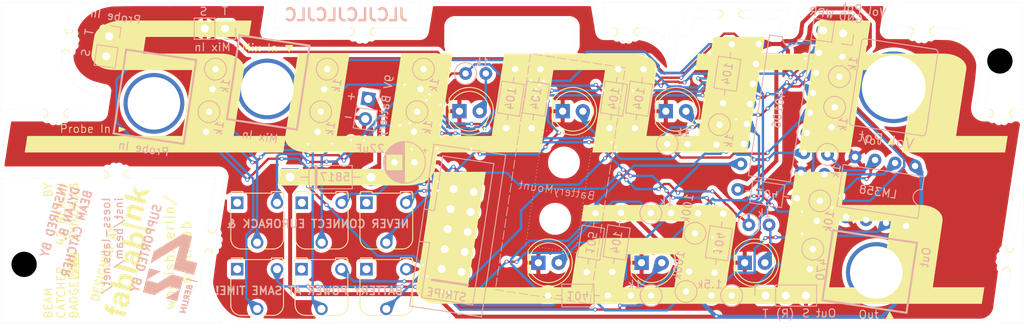
<source format=kicad_pcb>
(kicad_pcb (version 20241229) (generator "pcbnew") (generator_version "9.0")
  (layers (0 "F.Cu" signal) (2 "B.Cu" signal) (13 "F.Paste" user) (15 "B.Paste" user) (5 "F.SilkS" user "F.Silkscreen") (7 "B.SilkS" user "B.Silkscreen") (1 "F.Mask" user) (3 "B.Mask" user) (25 "Edge.Cuts" user))
  (net 0 "")
  (net 1 "GND")
  (net 2 "VCC")
  (net 3 "Net-(D2-A)")
  (net 4 "Net-(D3-A)")
  (net 5 "Net-(D4-A)")
  (net 6 "Net-(D5-A)")
  (net 7 "Net-(D6-A)")
  (net 8 "Net-(D7-A)")
  (net 9 "Net-(J8-Pin_1)")
  (net 10 "Net-(J7-Pin_1)")
  (net 11 "Net-(R1-Pad2)")
  (net 12 "Net-(R2-Pad2)")
  (net 13 "Net-(R8-Pad2)")
  (net 14 "Net-(R9-Pad2)")
  (net 20 "Net-(J9-Pin_2)")
  (net 21 "Net-(U1A-+)")
  (net 22 "Net-(U2A-I)")
  (net 23 "Net-(U2B-I)")
  (net 24 "Net-(U2C-I)")
  (net 25 "Net-(U2D-I)")
  (net 26 "Net-(U2E-I)")
  (net 27 "Net-(U2F-I)")
  (net 28 "Net-(J5--12V-Pad10)")
  (net 29 "Net-(J6-Pin_1)")
  (net 30 "Net-(U1A--)")
  (net 31 "Net-(R4-Pad2)")
  (net 32 "Net-(U1B--)")
  (net 33 "Net-(R11-Pad1)")
  (net 34 "Net-(R12-Pad2)")
  (net 35 "Net-(R13-Pad2)")
  (net 36 "Net-(U2A-O)")
  (net 37 "Net-(U2C-O)")
  (net 38 "Net-(U2E-O)")
  (net 39 "Net-(U2B-O)")
  (net 40 "Net-(U2D-O)")
  (net 41 "Net-(U2F-O)")
  (net 43 "Net-(BT1-+)")
  (footprint "Library:logo_fablabnk" (layer "F.Cu") (at 65.637067 124.6456 75)
    (property "Reference" "REF**" (hide yes))
    (property "Value" "logo_fablabnk" (hide yes))
  )
  (footprint "Library:Faceplate_Hole_Jack_3.5mm_NoPadNumber" (layer "F.Cu") (at 82.55 102.362 180)
    (property "Reference" "J3" (hide yes))
    (property "Value" "Mix_In" (hide yes))
  )
  (footprint "Library:Potentiometer_Runtron_RM-065_Vertical_With3DModel" (layer "F.Cu") (at 95 117.682)
    (property "Reference" "RV4" (hide yes))
    (property "Value" "1M")
  )
  (footprint "Library:Potentiometer_Runtron_RM-065_Vertical_With3DModel" (layer "F.Cu") (at 95 126.03)
    (property "Reference" "RV7" (hide yes))
    (property "Value" "1M")
  )
  (footprint "Library:mouse-bite-1mm-slot" (layer "F.Cu") (at 75.415257 122.509225 81.5)
    (property "Reference" "mouse-bite-1mm-slot" (hide yes))
    (property "Value" "VAL**" (hide yes))
  )
  (footprint "Library:LED_D5.0mm_Lowered" (layer "F.Cu") (at 119.634 106.172)
    (property "Reference" "D3" (hide yes))
    (property "Value" "LED")
  )
  (footprint "Library:LED_D5.0mm_Lowered" (layer "F.Cu") (at 129.54 125.222)
    (property "Reference" "D6" (hide yes))
    (property "Value" "LED")
  )
  (footprint "Library:LED_D5.0mm_Lowered" (layer "F.Cu") (at 116.586 125.222)
    (property "Reference" "D5" (hide yes))
    (property "Value" "LED")
  )
  (footprint "Library:Potentiometer_Runtron_RM-065_Vertical_With3DModel" (layer "F.Cu") (at 78.78 126.03)
    (property "Reference" "RV5" (hide yes))
    (property "Value" "1M")
  )
  (footprint "Library:mouse-bite-1mm-slot" (layer "F.Cu") (at 63.623676 114.1356)
    (property "Reference" "mouse-bite-1mm-slot" (hide yes))
    (property "Value" "VAL**" (hide yes))
  )
  (footprint "Library:LED_D5.0mm_Lowered" (layer "F.Cu") (at 142.489 125.222)
    (property "Reference" "D7" (hide yes))
    (property "Value" "LED")
  )
  (footprint "Library:Potentiometer_Runtron_RM-065_Vertical_With3DModel" (layer "F.Cu") (at 86.854 126.03)
    (property "Reference" "RV6" (hide yes))
    (property "Value" "1M")
  )
  (footprint "" (layer "F.Cu") (at 52.025467 125.426)
    (property "Reference" "")
    (property "Value" "")
  )
  (footprint "Library:Potentiometer_Runtron_RM-065_Vertical_With3DModel" (layer "F.Cu") (at 86.89 117.682)
    (property "Reference" "RV2" (hide yes))
    (property "Value" "1M")
  )
  (footprint "Library:Faceplate_Hole_Jack_3.5mm_NoPadNumber" (layer "F.Cu") (at 159.007467 126.449)
    (property "Reference" "RV3" (hide yes))
    (property "Value" "100K" (hide yes))
  )
  (footprint "Library:Faceplate_Hole_Jack_3.5mm_NoPadNumber" (layer "F.Cu") (at 68.322246 105.181122 -90)
    (property "Reference" "J2" (hide yes))
    (property "Value" "Probe In" (hide yes))
  )
  (footprint "Library:mouse-bite-1mm-slot" (layer "F.Cu") (at 56.015076 106.4394)
    (property "Reference" "mouse-bite-1mm-slot" (hide yes))
    (property "Value" "VAL**" (hide yes))
  )
  (footprint "" (layer "F.Cu") (at 174.52197 99.856)
    (property "Reference" "")
    (property "Value" "")
  )
  (footprint "Library:mouse-bite-1mm-slot" (layer "F.Cu") (at 164.714162 96.133616 -1)
    (property "Reference" "mouse-bite-1mm-slot" (hide yes))
    (property "Value" "VAL**" (hide yes))
  )
  (footprint "Library:mouse-bite-1mm-slot" (layer "F.Cu") (at 57.43821 97.412916 81)
    (property "Reference" "mouse-bite-1mm-slot" (hide yes))
    (property "Value" "VAL**" (hide yes))
  )
  (footprint "Library:mouse-bite-1mm-slot" (layer "F.Cu") (at 140.781876 93.9814)
    (property "Reference" "mouse-bite-1mm-slot" (hide yes))
    (property "Value" "VAL**" (hide yes))
  )
  (footprint "Library:mouse-bite-1mm-slot" (layer "F.Cu") (at 127.580667 96.1842)
    (property "Reference" "mouse-bite-1mm-slot" (hide yes))
    (property "Value" "VAL**" (hide yes))
  )
  (footprint "Library:mouse-bite-1mm-slot" (layer "F.Cu") (at 94.484676 96.1792)
    (property "Reference" "mouse-bite-1mm-slot" (hide yes))
    (property "Value" "VAL**" (hide yes))
  )
  (footprint "Library:mouse-bite-1mm-slot" (layer "F.Cu") (at 175.515326 124.860829 82)
    (property "Reference" "mouse-bite-1mm-slot" (hide yes))
    (property "Value" "VAL**" (hide yes))
  )
  (footprint "Library:mouse-bite-1mm-slot" (layer "F.Cu") (at 174.716276 106.4274)
    (property "Reference" "mouse-bite-1mm-slot" (hide yes))
    (property "Value" "VAL**" (hide yes))
  )
  (footprint "Library:LED_D5.0mm_Lowered" (layer "F.Cu") (at 132.583 106.172)
    (property "Reference" "D4" (hide yes))
    (property "Value" "LED")
  )
  (footprint "Library:Faceplate_Hole_Jack_3.5mm_NoPadNumber" (layer "F.Cu") (at 161.191867 103.1572 90)
    (property "Reference" "J4" (hide yes))
    (property "Value" "Out" (hide yes))
  )
  (footprint "Library:Potentiometer_Runtron_RM-065_Vertical_With3DModel" (layer "F.Cu") (at 78.78 117.682)
    (property "Reference" "RV1" (hide yes))
    (property "Value" "1M")
  )
  (footprint "Library:LED_D5.0mm_Lowered" (layer "F.Cu") (at 106.675 106.172)
    (property "Reference" "D2" (hide yes))
    (property "Value" "LED")
  )
  (footprint "Library:C_Axial_L3.8mm_D2.6mm_P7.50mm_Horizontal_Disc3DModel" (layer "B.Cu") (at 126.973553 118.955591 -98.5)
    (property "Reference" "C3" (hide yes))
    (property "Value" "100nF" (hide yes))
  )
  (footprint "Capacitor_THT:CP_Radial_D5.0mm_P2.50mm" (layer "B.Cu") (at 101.03058 112.606 180)
    (property "Reference" "C11" (hide yes))
    (property "Value" "22uF")
  )
  (footprint "Resistor_THT:R_Axial_DIN0207_L6.3mm_D2.5mm_P2.54mm_Vertical" (layer "B.Cu") (at 90.073928 100.879079 -98.5)
    (property "Reference" "R2" (hide yes))
    (property "Value" "1k")
  )
  (footprint "Library:C_Axial_L3.8mm_D2.6mm_P7.50mm_Horizontal_Disc3DModel" (layer "B.Cu") (at 140.871867 97.747 -98.5)
    (property "Reference" "C5" (hide yes))
    (property "Value" "100nF" (hide yes))
  )
  (footprint "Resistor_THT:R_Axial_DIN0207_L6.3mm_D2.5mm_P2.54mm_Vertical" (layer "B.Cu") (at 76.053128 100.879079 -98.5)
    (property "Reference" "R1" (hide yes))
    (property "Value" "1k")
  )
  (footprint "Connector_PinHeader_2.54mm:PinHeader_1x02_P2.54mm_Vertical" (layer "B.Cu") (at 77.249867 95.7912 90)
    (property "Reference" "J6" (hide yes))
    (property "Value" "Mix In")
  )
  (footprint "Resistor_THT:R_Axial_DIN0207_L6.3mm_D2.5mm_P2.54mm_Vertical" (layer "B.Cu") (at 102.166389 100.879079 -98.5)
    (property "Reference" "R8" (hide yes))
    (property "Value" "1k")
  )
  (footprint "Connector_PinHeader_2.54mm:PinHeader_1x02_P2.54mm_Vertical" (layer "B.Cu") (at 154.841867 96.3754 81.5)
    (property "Reference" "J9" (hide yes))
    (property "Value" "Vol Pot")
  )
  (footprint "Library:logo_42berlin" (layer "B.Cu") (at 70.773358 126.373557 -105)
    (property "Reference" "REF**" (hide yes))
    (property "Value" "logo_42berlin" (hide yes))
  )
  (footprint "Library:C_Axial_L3.8mm_D2.6mm_P7.50mm_Horizontal_Disc3DModel" (layer "B.Cu") (at 116.838953 100.879079 -98.5)
    (property "Reference" "C8" (hide yes))
    (property "Value" "100nF" (hide yes))
  )
  (footprint "Resistor_THT:R_Axial_DIN0207_L6.3mm_D2.5mm_P2.54mm_Vertical" (layer "B.Cu") (at 151.033928 123.510479 -98.5)
    (property "Reference" "R11" (hide yes))
    (property "Value" "470")
  )
  (footprint "Resistor_THT:R_Axial_DIN0207_L6.3mm_D2.5mm_P2.54mm_Vertical" (layer "B.Cu") (at 140.852102 129.3446 180)
    (property "Reference" "R6" (hide yes))
    (property "Value" "1.5k")
  )
  (footprint "Library:C_Axial_L3.8mm_D2.6mm_P7.50mm_Horizontal_Disc3DModel" (layer "B.Cu") (at 126.617953 100.879079 -98.5)
    (property "Reference" "C7" (hide yes))
    (property "Value" "100nF" (hide yes))
  )
  (footprint "Resistor_THT:R_Axial_DIN0207_L6.3mm_D2.5mm_P2.54mm_Vertical" (layer "B.Cu") (at 89.259067 106.238479 -98.5)
    (property "Reference" "R12" (hide yes))
    (property "Value" "1k")
  )
  (footprint "Library:C_Axial_L3.8mm_D2.6mm_P7.50mm_Horizontal_Disc3DModel" (layer "B.Cu") (at 138.691982 126.47481 81.5)
    (property "Reference" "C6" (hide yes))
    (property "Value" "100nF" (hide yes))
  )
  (footprint "Resistor_THT:R_Axial_DIN0207_L6.3mm_D2.5mm_P2.54mm_Vertical" (layer "B.Cu") (at 143.001867 120.4546)
    (property "Reference" "R19" (hide yes))
    (property "Value" "1k")
  )
  (footprint "Resistor_THT:R_Axial_DIN0207_L6.3mm_D2.5mm_P2.54mm_Vertical" (layer "B.Cu") (at 75.240328 106.238479 -98.5)
    (property "Reference" "R9" (hide yes))
    (property "Value" "1k")
  )
  (footprint "Package_DIP:DIP-8_W7.62mm" (layer "B.Cu") (at 162.746603 120.58996 81.5)
    (property "Reference" "U1" (hide yes))
    (property "Value" "LM358")
  )
  (footprint "Resistor_THT:R_Axial_DIN0207_L6.3mm_D2.5mm_P2.54mm_Vertical" (layer "B.Cu") (at 135.131467 128.8366 81.5)
    (property "Reference" "R20" (hide yes))
    (property "Value" "100k")
  )
  (footprint "Library:C_Axial_L3.8mm_D2.6mm_P7.50mm_Horizontal_Disc3DModel" (layer "B.Cu") (at 122.639182 126.39861 81.5)
    (property "Reference" "C1" (hide yes))
    (property "Value" "1uF" (hide yes))
  )
  (footprint "Resistor_THT:R_Axial_DIN0207_L6.3mm_D2.5mm_P2.54mm_Vertical" (layer "B.Cu") (at 130.708267 118.9814)
    (property "Reference" "R18" (hide yes))
    (property "Value" "1k")
  )
  (footprint "Resistor_THT:R_Axial_DIN0207_L6.3mm_D2.5mm_P2.54mm_Vertical" (layer "B.Cu") (at 154.382606 101.828522 81.5)
    (property "Reference" "R10" (hide yes))
    (property "Value" "1k")
  )
  (footprint "Resistor_THT:R_Axial_DIN0207_L6.3mm_D2.5mm_P2.54mm_Vertical" (layer "B.Cu") (at 151.922928 117.439879 -98.5)
    (property "Reference" "R4" (hide yes))
    (property "Value" "10k")
  )
  (footprint "Library:EighthInch_PJ398SM_Silkscreen_Courtyard_Only" (layer "B.Cu") (at 159.007467 126.449 -8.5)
    (property "Reference" "J4" (hide yes))
    (property "Value" "Out")
  )
  (footprint "Resistor_THT:R_Axial_DIN0207_L6.3mm_D2.5mm_P2.54mm_Vertical" (layer "B.Cu") (at 153.775067 105.6718 -98.5)
    (property "Reference" "R5" (hide yes))
    (property "Value" "1k")
  )
  (footprint "Connector_PinHeader_2.54mm:PinHeader_1x02_P2.54mm_Vertical" (layer "B.Cu") (at 95.228067 104.6304 171.5)
    (property "Reference" "BT1" (hide yes))
    (property "Value" "9V Battery")
  )
  (footprint "Package_DIP:DIP-14_W7.62mm" (layer "B.Cu") (at 151.797011 98.849199 171.5)
    (property "Reference" "U2" (hide yes))
    (property "Value" "CD40106BPWR" (hide yes))
  )
  (footprint "Resistor_THT:R_Axial_DIN0207_L6.3mm_D2.5mm_P2.54mm_Vertical" (layer "B.Cu") (at 152.886067 111.59 -98.5)
    (property "Reference" "R7" (hide yes))
    (property "Value" "1k")
  )
  (footprint "Resistor_THT:R_Axial_DIN0207_L6.3mm_D2.5mm_P2.54mm_Vertical" (layer "B.Cu") (at 130.740867 129.3446 180)
    (property "Reference" "R16" (hide yes))
    (property "Value" "1k")
  )
  (footprint "Library:Pot_9mm_DShaft_Silkscreen_Courtyard_Only" (layer "B.Cu") (at 161.191867 103.1572 -8.5)
    (property "Reference" "RV3" (hide yes))
    (property "Value" "100K" (hide yes))
  )
  (footprint "Connector_PinHeader_2.54mm:PinHeader_1x03_P2.54mm_Vertical" (layer "B.Cu") (at 145.103267 129.3446 -90)
    (property "Reference" "J8" (hide yes))
    (property "Value" "Out")
  )
  (footprint "Connector_PinHeader_2.54mm:PinHeader_1x02_P2.54mm_Vertical" (layer "B.Cu") (at 62.701324 96.740005 171.5)
    (property "Reference" "J7" (hide yes))
    (property "Value" "Probe In")
  )
  (footprint "Diode_THT:D_DO-41_SOD81_P10.16mm_Horizontal" (layer "B.Cu") (at 85.423667 114.4602)
    (property "Reference" "D8" (hide yes))
    (property "Value" "5817")
  )
  (footprint "Resistor_THT:R_Axial_DIN0207_L6.3mm_D2.5mm_P2.54mm_Vertical" (layer "B.Cu") (at 101.349467 106.2306 -98.5)
    (property "Reference" "R13" (hide yes))
    (property "Value" "1k")
  )
  (footprint "Library:EighthInch_PJ398SM_Silkscreen_Courtyard_Only" (layer "B.Cu") (at 68.322246 105.181122 -98.5)
    (property "Reference" "J2" (hide yes))
    (property "Value" "Probe In")
  )
  (footprint "Library:9VBatteryClop" (layer "B.Cu") (at 120.704267 114.8666 171.5)
    (property "Reference" "BatteryMount")
    (property "Value" "9VBatteryClop")
  )
  (footprint "Resistor_THT:R_Axial_DIN0207_L6.3mm_D2.5mm_P2.54mm_Vertical" (layer "B.Cu") (at 139.324528 107.864079 -98.5)
    (property "Reference" "R15" (hide yes))
    (property "Value" "1k")
  )
  (footprint "Resistor_THT:R_Axial_DIN0207_L6.3mm_D2.5mm_P2.54mm_Vertical" (layer "B.Cu") (at 107.445467 101.43)
    (property "Reference" "R14" (hide yes))
    (property "Value" "1k")
  )
  (footprint "Library:C_Axial_L3.8mm_D2.6mm_P7.50mm_Horizontal_Disc3DModel" (layer "B.Cu") (at 117.801667 129.3446)
    (property "Reference" "C2" (hide yes))
    (property "Value" "100nF" (hide yes))
  )
  (footprint "Library:EighthInch_PJ398SM_Silkscreen_Courtyard_Only" (layer "B.Cu") (at 82.55 103.376 -98.5)
    (property "Reference" "J3" (hide yes))
    (property "Value" "Mix In")
  )
  (footprint "Library:C_Axial_L3.8mm_D2.6mm_P7.50mm_Horizontal_Disc3DModel" (layer "B.Cu") (at 129.792953 100.879079 -98.5)
    (property "Reference" "C4" (hide yes))
    (property "Value" "100nF" (hide yes))
  )
  (footprint "Library:IDC-Header_2x05_P2.54mm_Vertical_Euro_Power_Striped_ThickerText" (layer "B.Cu") (at 108.461144 116.332 171.5)
    (property "Reference" "J5" (hide yes))
    (property "Value" "Eurorack_Power_10pin_Unshrouded" (hide yes))
  )
  (footprint "Library:C_Axial_L3.8mm_D2.6mm_P7.50mm_Horizontal_Disc3DModel" (layer "B.Cu") (at 141.608467 116.0096 -8.5)
    (property "Reference" "C10" (hide yes))
    (property "Value" "100nF" (hide yes))
  )
  (footprint "Resistor_THT:R_Axial_DIN0207_L6.3mm_D2.5mm_P2.54mm_Vertical" (layer "B.Cu") (at 136.254631 121.5189 81.5)
    (property "Reference" "R3" (hide yes))
    (property "Value" "100k")
  )
  (footprint "Resistor_THT:R_Axial_DIN0207_L6.3mm_D2.5mm_P2.54mm_Vertical" (layer "B.Cu") (at 132.769267 110.2946)
    (property "Reference" "R17" (hide yes))
    (property "Value" "1k")
  )
  (footprint "Library:C_Axial_L3.8mm_D2.6mm_P7.50mm_Horizontal_Disc3DModel" (layer "B.Cu") (at 113.663953 100.879079 -98.5)
    (property "Reference" "C9" (hide yes))
    (property "Value" "100nF" (hide yes))
  )
  (gr_poly (pts (xy 107.735622 128.307054) (xy 120.693687 128.307054) (xy 127.171659 128.307054) (xy 133.645685 128.307054) (xy 134.287504 124.163119) (xy 127.813486 124.163119) (xy 127.171659 128.307054) (xy 120.693687 128.307054) (xy 121.325493 124.163119) (xy 121.344787 124.057711) (xy 121.371276 123.954265) (xy 121.404958 123.852782) (xy 121.445836 123.75326) (xy 121.493907 123.655701) (xy 121.549173 123.560103) (xy 121.611633 123.466468) (xy 121.681288 123.374795) (xy 121.758136 123.285084) (xy 121.842179 123.197334) (xy 121.933416 123.111548) (xy 122.031848 123.027723) (xy 122.137473 122.94586) (xy 122.250293 122.865959) (xy 122.370307 122.788021) (xy 122.497515 122.712044) (xy 122.631156 122.637703) (xy 122.766976 122.568157) (xy 122.904977 122.503408) (xy 123.045157 122.443455) (xy 123.187518 122.388299) (xy 123.332059 122.337939) (xy 123.47878 122.292375) (xy 123.62768 122.251607) (xy 123.778761 122.215635) (xy 123.932023 122.18446) (xy 124.087464 122.158081) (xy 124.245085 122.136498) (xy 124.404887 122.119711) (xy 124.566869 122.107721) (xy 124.731031 122.100526) (xy 124.897374 122.098128) (xy 134.608409 122.098128) (xy 134.929314 120.019185) (xy 121.96732 120.019185) (xy 122.288225 117.954193) (xy 138.487253 117.954193) (xy 138.652778 117.956537) (xy 138.814487 117.963568) (xy 138.972382 117.975286) (xy 139.12646 117.991691) (xy 139.276724 118.012784) (xy 139.423172 118.038563) (xy 139.565804 118.06903) (xy 139.704622 118.104185) (xy 139.839624 118.144026) (xy 139.970811 118.188555) (xy 140.098183 118.237771) (xy 140.221739 118.291674) (xy 140.341481 118.350264) (xy 140.457407 118.413541) (xy 140.569518 118.481506) (xy 140.677814 118.554158) (xy 140.780387 118.630189) (xy 140.875331 118.708291) (xy 140.962643 118.788464) (xy 141.042326 118.870709) (xy 141.079306 118.912608) (xy 141.114378 118.955024) (xy 141.147543 118.997958) (xy 141.1788 119.041411) (xy 141.208149 119.085381) (xy 141.235591 119.129868) (xy 141.261126 119.174874) (xy 141.284753 119.220397) (xy 141.306472 119.266438) (xy 141.326284 119.312997) (xy 141.344188 119.360074) (xy 141.360185 119.407668) (xy 141.374274 119.45578) (xy 141.386456 119.50441) (xy 141.39673 119.553558) (xy 141.405096 119.603223) (xy 141.411555 119.653406) (xy 141.416107 119.704107) (xy 141.418751 119.755326) (xy 141.419487 119.807063) (xy 141.418316 119.859317) (xy 141.415237 119.912089) (xy 141.410251 119.965379) (xy 141.403357 120.019187) (xy 140.13367 128.307058) (xy 146.606754 128.307058) (xy 146.606754 128.307054) (xy 153.081722 128.307054) (xy 159.555748 128.307054) (xy 160.839393 120.019185) (xy 154.365367 120.019185) (xy 153.081722 128.307054) (xy 146.606754 128.307054) (xy 148.840115 113.796306) (xy 155.328099 113.796306) (xy 154.686281 117.954193) (xy 164.397324 117.954193) (xy 164.562848 117.956537) (xy 164.724556 117.963568) (xy 164.88245 117.975286) (xy 165.036528 117.991691) (xy 165.186791 118.012784) (xy 165.333239 118.038563) (xy 165.475872 118.06903) (xy 165.61469 118.104185) (xy 165.749693 118.144026) (xy 165.88088 118.188555) (xy 166.008252 118.237771) (xy 166.131809 118.291674) (xy 166.251551 118.350264) (xy 166.367478 118.413541) (xy 166.479589 118.481506) (xy 166.587885 118.554158) (xy 166.690459 118.630189) (xy 166.785402 118.708291) (xy 166.872714 118.788464) (xy 166.952397 118.870709) (xy 166.989377 118.912608) (xy 167.024449 118.955024) (xy 167.057614 118.997958) (xy 167.088871 119.041411) (xy 167.118221 119.085381) (xy 167.145663 119.129868) (xy 167.171197 119.174874) (xy 167.194824 119.220397) (xy 167.216543 119.266438) (xy 167.236355 119.312997) (xy 167.254259 119.360074) (xy 167.270256 119.407668) (xy 167.284345 119.45578) (xy 167.296527 119.50441) (xy 167.306801 119.553558) (xy 167.315167 119.603223) (xy 167.321626 119.653406) (xy 167.326178 119.704107) (xy 167.328822 119.755326) (xy 167.329558 119.807063) (xy 167.328387 119.859317) (xy 167.325308 119.912089) (xy 167.320322 119.965379) (xy 167.313428 120.019187) (xy 166.09954 128.307054) (xy 172.573566 128.307054) (xy 172.252653 130.386) (xy 146.286782 130.386) (xy 120.37672 130.386) (xy 104.1777 130.386) (xy 104.012121 130.383656) (xy 103.850249 130.376625) (xy 103.692082 130.364907) (xy 103.537622 130.348502) (xy 103.386868 130.32741) (xy 103.239821 130.30163) (xy 103.096479 130.271163) (xy 102.956844 130.236009) (xy 102.820915 130.196168) (xy 102.688692 130.151639) (xy 102.560176 130.102423) (xy 102.435365 130.04852) (xy 102.314261 129.98993) (xy 102.196863 129.926652) (xy 102.083171 129.858687) (xy 101.973185 129.786035) (xy 101.870665 129.708315) (xy 101.775885 129.628632) (xy 101.688844 129.546988) (xy 101.609543 129.463381) (xy 101.537981 129.377812) (xy 101.505103 129.334292) (xy 101.474159 129.290281) (xy 101.44515 129.24578) (xy 101.418076 129.200788) (xy 101.392936 129.155306) (xy 101.369732 129.109333) (xy 101.348463 129.06287) (xy 101.329128 129.015916) (xy 101.311728 128.968471) (xy 101.296263 128.920536) (xy 101.282733 128.872111) (xy 101.271137 128.823195) (xy 101.261477 128.773788) (xy 101.253751 128.723891) (xy 101.24796 128.673503) (xy 101.244104 128.622625) (xy 101.242183 128.571256) (xy 101.242197 128.519397) (xy 101.244146 128.467047) (xy 101.248029 128.414207) (xy 101.253847 128.360876) (xy 101.2616 128.307054) (xy 103.494019 113.796306) (xy 109.982 113.796306)) (stroke (width -0.000001)) (fill yes) (layer "F.SilkS"))
  (gr_poly (pts (xy 80.260115 96.834404) (xy 67.298109 96.834404) (xy 66.977199 98.927299) (xy 76.702193 98.927299) (xy 76.867716 98.929643) (xy 77.029425 98.936674) (xy 77.187318 98.948392) (xy 77.341397 98.964797) (xy 77.49166 98.98589) (xy 77.638108 99.011669) (xy 77.780741 99.042136) (xy 77.919559 99.077291) (xy 78.054562 99.117132) (xy 78.18575 99.161661) (xy 78.313122 99.210877) (xy 78.43668 99.26478) (xy 78.556422 99.32337) (xy 78.672349 99.386647) (xy 78.784461 99.454612) (xy 78.892758 99.527264) (xy 78.995332 99.603295) (xy 79.090276 99.681397) (xy 79.177589 99.76157) (xy 79.257272 99.843815) (xy 79.294252 99.885714) (xy 79.329324 99.92813) (xy 79.362489 99.971065) (xy 79.393746 100.014517) (xy 79.423096 100.058487) (xy 79.450538 100.102974) (xy 79.476072 100.14798) (xy 79.499699 100.193503) (xy 79.521418 100.239544) (xy 79.54123 100.286103) (xy 79.559134 100.333179) (xy 79.575131 100.380774) (xy 79.58922 100.428886) (xy 79.601401 100.477516) (xy 79.611675 100.526664) (xy 79.620041 100.576329) (xy 79.626499 100.626512) (xy 79.63105 100.677213) (xy 79.633693 100.728432) (xy 79.634429 100.780169) (xy 79.633258 100.832423) (xy 79.630178 100.885195) (xy 79.625191 100.938485) (xy 79.618296 100.992293) (xy 79.286923 103.071236) (xy 78.96252 105.150181) (xy 78.652077 107.215173) (xy 78.334651 109.280164) (xy 84.808677 109.28016) (xy 86.399274 98.927299) (xy 92.88725 98.927299) (xy 91.282699 109.28016) (xy 97.770684 109.28016) (xy 99.361284 98.927299) (xy 105.83531 98.927299) (xy 104.24471 109.28016) (xy 110.716817 109.28016) (xy 111.98844 100.992295) (xy 112.309337 98.927299) (xy 128.508356 98.927299) (xy 128.67388 98.929643) (xy 128.835588 98.936674) (xy 128.993482 98.948392) (xy 129.14756 98.964797) (xy 129.297823 98.98589) (xy 129.444272 99.011669) (xy 129.586905 99.042136) (xy 129.725723 99.077291) (xy 129.860726 99.117132) (xy 129.991914 99.161661) (xy 130.119287 99.210877) (xy 130.242845 99.26478) (xy 130.362588 99.32337) (xy 130.478515 99.386647) (xy 130.590628 99.454612) (xy 130.698926 99.527264) (xy 130.801499 99.603295) (xy 130.896442 99.681397) (xy 130.983755 99.76157) (xy 131.063437 99.843815) (xy 131.100417 99.885714) (xy 131.135489 99.92813) (xy 131.168654 99.971065) (xy 131.199911 100.014517) (xy 131.22926 100.058487) (xy 131.256702 100.102974) (xy 131.282237 100.14798) (xy 131.305863 100.193503) (xy 131.327582 100.239544) (xy 131.347394 100.286103) (xy 131.365298 100.333179) (xy 131.381294 100.380774) (xy 131.395383 100.428886) (xy 131.407564 100.477516) (xy 131.417838 100.526664) (xy 131.426204 100.576329) (xy 131.432663 100.626512) (xy 131.437214 100.677213) (xy 131.439857 100.728432) (xy 131.440593 100.780169) (xy 131.439421 100.832423) (xy 131.436342 100.885195) (xy 131.431355 100.938485) (xy 131.42446 100.992293) (xy 130.154773 109.280164) (xy 136.628799 109.280164) (xy 136.308121 111.357588) (xy 137.912436 100.992291) (xy 136.279978 100.992291) (xy 136.600891 98.927299) (xy 138.219391 98.927299) (xy 138.540305 96.834404) (xy 145.028289 96.834404) (xy 144.707376 98.927299) (xy 151.181402 98.927299) (xy 150.860488 100.992291) (xy 144.386462 100.992291) (xy 142.781912 111.359106) (xy 136.307886 111.359106) (xy 136.307886 111.35911) (xy 129.833868 111.35911) (xy 123.359841 111.35911) (xy 124.950442 100.992295) (xy 118.476416 100.992295) (xy 116.871865 111.35911) (xy 110.397839 111.35911) (xy 110.399311 111.34952) (xy 110.397831 111.359106) (xy 103.923797 111.359106) (xy 103.602891 113.424097) (xy 103.581909 113.531195) (xy 103.553841 113.636221) (xy 103.518688 113.739176) (xy 103.476449 113.84006) (xy 103.427125 113.938872) (xy 103.370715 114.035614) (xy 103.30722 114.130285) (xy 103.236639 114.222885) (xy 103.158972 114.313413) (xy 103.07422 114.401871) (xy 102.982383 114.488257) (xy 102.88346 114.572573) (xy 102.777451 114.654817) (xy 102.664357 114.734991) (xy 102.544177 114.813093) (xy 102.416912 114.889124) (xy 102.286651 114.963466) (xy 102.153991 115.033012) (xy 102.018934 115.097761) (xy 101.881479 115.157714) (xy 101.741626 115.212871) (xy 101.599375 115.263232) (xy 101.454725 115.308796) (xy 101.307678 115.349564) (xy 101.158233 115.385536) (xy 101.006389 115.416711) (xy 100.852148 115.44309) (xy 100.695508 115.464673) (xy 100.536471 115.48146) (xy 100.375035 115.493451) (xy 100.211201 115.500645) (xy 100.044969 115.503043) (xy 99.347326 115.503043) (xy 96.807952 115.503043) (xy 83.845945 115.503043) (xy 84.166855 113.424097) (xy 97.128857 113.424097) (xy 97.449762 111.359106) (xy 90.961786 111.359106) (xy 87.724777 111.359106) (xy 87.559199 111.356762) (xy 87.397327 111.349731) (xy 87.239161 111.338013) (xy 87.084702 111.321608) (xy 86.933948 111.300516) (xy 86.7869 111.274736) (xy 86.643559 111.244269) (xy 86.503924 111.209115) (xy 86.367994 111.169274) (xy 86.235771 111.124745) (xy 86.107254 111.075529) (xy 85.982443 111.021626) (xy 85.861337 110.963036) (xy 85.743938 110.899758) (xy 85.630245 110.831793) (xy 85.520258 110.759141) (xy 85.417739 110.681421) (xy 85.322959 110.601738) (xy 85.235919 110.520094) (xy 85.156618 110.436487) (xy 85.085057 110.350918) (xy 85.052178 110.307398) (xy 85.021235 110.263387) (xy 84.992226 110.218886) (xy 84.965152 110.173894) (xy 84.940013 110.128412) (xy 84.916809 110.082439) (xy 84.895539 110.035976) (xy 84.876205 109.989022) (xy 84.858805 109.941577) (xy 84.84334 109.893642) (xy 84.82981 109.845217) (xy 84.818214 109.796301) (xy 84.808554 109.746894) (xy 84.807474 109.73992) (xy 84.557534 111.359106) (xy 52.103679 111.359106) (xy 52.424588 109.28016) (xy 71.860625 109.28016) (xy 73.130312 100.992291) (xy 63.419273 100.992291) (xy 63.253694 100.989947) (xy 63.091822 100.982916) (xy 62.933655 100.971198) (xy 62.779195 100.954793) (xy 62.628441 100.9337) (xy 62.481394 100.907921) (xy 62.338052 100.877454) (xy 62.198417 100.842299) (xy 62.062488 100.802458) (xy 61.930265 100.757929) (xy 61.801748 100.708713) (xy 61.676938 100.65481) (xy 61.555834 100.59622) (xy 61.438435 100.532943) (xy 61.324743 100.464978) (xy 61.214758 100.392326) (xy 61.112238 100.31466) (xy 61.017458 100.235141) (xy 60.930417 100.153768) (xy 60.851116 100.070543) (xy 60.779554 99.985464) (xy 60.746675 99.94223) (xy 60.715732 99.898532) (xy 60.686723 99.854372) (xy 60.659649 99.809748) (xy 60.634509 99.76466) (xy 60.611305 99.71911) (xy 60.590035 99.673096) (xy 60.570701 99.626619) (xy 60.553301 99.579679) (xy 60.537836 99.532275) (xy 60.524306 99.484408) (xy 60.51271 99.436078) (xy 60.50305 99.387285) (xy 60.495324 99.338028) (xy 60.489533 99.288308) (xy 60.485677 99.238125) (xy 60.483756 99.187479) (xy 60.48377 99.136369) (xy 60.485718 99.084796) (xy 60.489602 99.03276) (xy 60.49542 98.98026) (xy 60.503173 98.927297) (xy 60.538925 98.663069) (xy 60.576422 98.400585) (xy 60.615664 98.139845) (xy 60.656651 97.880849) (xy 60.824083 96.834402) (xy 60.843376 96.728994) (xy 60.869865 96.625548) (xy 60.903547 96.524064) (xy 60.944424 96.424543) (xy 60.992495 96.326983) (xy 61.047761 96.231386) (xy 61.110221 96.137751) (xy 61.179875 96.046077) (xy 61.256724 95.956366) (xy 61.340767 95.868617) (xy 61.432004 95.78283) (xy 61.530435 95.699005) (xy 61.636061 95.617143) (xy 61.748881 95.537242) (xy 61.868895 95.459303) (xy 61.996104 95.383327) (xy 62.128054 95.308985) (xy 62.262294 95.23944) (xy 62.398822 95.174691) (xy 62.53764 95.114738) (xy 62.678747 95.059581) (xy 62.822143 95.009221) (xy 62.967828 94.963657) (xy 63.115802 94.922889) (xy 63.266065 94.886917) (xy 63.418618 94.855742) (xy 63.57346 94.829363) (xy 63.73059 94.80778) (xy 63.89001 94.790993) (xy 64.051719 94.779002) (xy 64.215718 94.771808) (xy 64.382005 94.76941) (xy 80.581028 94.76941)) (stroke (width -0.000001)) (fill yes) (layer "F.SilkS"))
  (gr_poly (pts (xy 157.669378 98.927299) (xy 162.524895 98.927299) (xy 167.380413 98.927299) (xy 167.545935 98.929643) (xy 167.707643 98.936674) (xy 167.865536 98.948392) (xy 168.019615 98.964797) (xy 168.169878 98.98589) (xy 168.316327 99.011669) (xy 168.458961 99.042136) (xy 168.59778 99.077291) (xy 168.732784 99.117132) (xy 168.863972 99.161661) (xy 168.991346 99.210877) (xy 169.114904 99.26478) (xy 169.234647 99.32337) (xy 169.350574 99.386647) (xy 169.462686 99.454612) (xy 169.570982 99.527264) (xy 169.673556 99.603295) (xy 169.768499 99.681397) (xy 169.855812 99.76157) (xy 169.935495 99.843815) (xy 169.972475 99.885714) (xy 170.007548 99.92813) (xy 170.040713 99.971065) (xy 170.07197 100.014517) (xy 170.10132 100.058487) (xy 170.128762 100.102974) (xy 170.154297 100.14798) (xy 170.177924 100.193503) (xy 170.199644 100.239544) (xy 170.219456 100.286103) (xy 170.23736 100.333179) (xy 170.253357 100.380774) (xy 170.267446 100.428886) (xy 170.279628 100.477516) (xy 170.289902 100.526664) (xy 170.298268 100.576329) (xy 170.304727 100.626512) (xy 170.309278 100.677213) (xy 170.311922 100.728432) (xy 170.312658 100.780169) (xy 170.311486 100.832423) (xy 170.308407 100.885195) (xy 170.30342 100.938485) (xy 170.296525 100.992293) (xy 169.02683 109.280164) (xy 175.500848 109.280164) (xy 175.179942 111.35911) (xy 168.69195 111.35911) (xy 162.23189 111.35911) (xy 163.822491 100.992295) (xy 157.348456 100.992295) (xy 155.743897 111.35911) (xy 149.26988 111.35911) (xy 151.823229 94.769412) (xy 158.311188 94.769412)) (stroke (width -0.000001)) (fill yes) (layer "F.SilkS"))
  (gr_line (start 49.906995 107.409028) (end 49.013684 113.182052) (stroke (width 0.009999)) (layer "Edge.Cuts"))
  (gr_line (start 125.240981 95.6642) (end 126.063667 95.6642) (stroke (width 0.01)) (layer "Edge.Cuts"))
  (gr_line (start 161.86929 96.610772) (end 160.590054 96.610772) (stroke (width 0.009999)) (layer "Edge.Cuts"))
  (gr_line (start 177.52197 92.456) (end 161.347073 92.456) (stroke (width 0.009999)) (layer "Edge.Cuts"))
  (gr_line (start 59.790723 92.456) (end 49.022 92.456) (stroke (width 0.009999)) (layer "Edge.Cuts"))
  (gr_line (start 125.240981 95.6642) (end 124.724492 92.453728) (stroke (width 0.01)) (layer "Edge.Cuts"))
  (gr_line (start 49.022 132.756) (end 76.826684 132.756) (stroke (width 0.009999)) (layer "Edge.Cuts"))
  (gr_curve (pts (xy 82.18414 96.170015) (xy 82.289242 95.494715) (xy 82.474087 94.281714) (xy 82.670666 93.00482)) (stroke (width 0.009999)) (layer "Edge.Cuts"))
  (gr_line (start 124.224881 96.178006) (end 123.639634 92.651031) (stroke (width 0.01)) (layer "Edge.Cuts"))
  (gr_curve (pts (xy 171.409116 105.573457) (xy 171.691983 103.815198) (xy 171.999234 102.056878) (xy 172.062955 100.278291)) (stroke (width 0.009999)) (layer "Edge.Cuts"))
  (gr_line (start 136.082852 94.518271) (end 139.285284 94.513052) (stroke (width 0.01)) (layer "Edge.Cuts"))
  (gr_curve (pts (xy 82.652646 96.719476) (xy 82.344372 96.720323) (xy 82.136746 96.474538) (xy 82.18414 96.170015)) (stroke (width 0.009999)) (layer "Edge.Cuts"))
  (gr_line (start 176.39993 105.892252) (end 176.242284 105.892252) (stroke (width 0.01)) (layer "Edge.Cuts"))
  (gr_curve (pts (xy 172.672452 104.508912) (xy 173.256867 103.012895) (xy 173.476939 100.3886) (xy 173.002867 98.8646)) (stroke (width 0.009999)) (layer "Edge.Cuts"))
  (gr_line (start 126.063667 95.6642) (end 126.063667 96.7183) (stroke (width 0.01)) (layer "Edge.Cuts"))
  (gr_line (start 61.419171 106.963578) (end 57.516792 106.963578) (stroke (width 0.01)) (layer "Edge.Cuts"))
  (gr_curve (pts (xy 60.999539 104.087995) (xy 61.429532 104.066144) (xy 61.25517 104.436673) (xy 61.226224 104.717824)) (stroke (width 0.009999)) (layer "Edge.Cuts"))
  (gr_arc (start 105.27197 95.539935) (mid 105.515087 94.953) (end 106.102022 94.709883) (stroke (width 0.01)) (layer "Edge.Cuts"))
  (gr_line (start 76.062728 114.651611) (end 75.124884 120.929052) (stroke (width 0.01)) (layer "Edge.Cuts"))
  (gr_curve (pts (xy 62.473569 103.704499) (xy 62.335034 104.608091) (xy 62.196484 105.511682) (xy 62.05795 106.415273)) (stroke (width 0.009999)) (layer "Edge.Cuts"))
  (gr_line (start 58.208484 95.986252) (end 57.167084 95.833852) (stroke (width 0.01)) (layer "Edge.Cuts"))
  (gr_line (start 75.241589 127.615413) (end 75.709084 124.078652) (stroke (width 0.01)) (layer "Edge.Cuts"))
  (gr_curve (pts (xy 133.305814 95.781744) (xy 132.972165 96.223924) (xy 133.088711 96.819764) (xy 132.939725 97.329751)) (stroke (width 0.009999)) (layer "Edge.Cuts"))
  (gr_line (start 76.383069 113.615489) (end 65.142684 113.613852) (stroke (width 0.01)) (layer "Edge.Cuts"))
  (gr_line (start 142.307884 93.446252) (end 142.307884 94.513052) (stroke (width 0.01)) (layer "Edge.Cuts"))
  (gr_curve (pts (xy 63.101834 92.511793) (xy 61.203809 92.691008) (xy 59.217129 93.665621) (xy 58.400311 95.472185)) (stroke (width 0.009999)) (layer "Edge.Cuts"))
  (gr_line (start 57.714871 99.220422) (end 57.725884 99.008852) (stroke (width 0.01)) (layer "Edge.Cuts"))
  (gr_curve (pts (xy 172.496945 105.854036) (xy 172.466153 105.410226) (xy 172.636746 104.958081) (xy 172.672452 104.508912)) (stroke (width 0.009999)) (layer "Edge.Cuts"))
  (gr_line (start 139.285284 94.513052) (end 139.285284 93.446252) (stroke (width 0.01)) (layer "Edge.Cuts"))
  (gr_line (start 163.212084 96.621252) (end 163.212084 95.579852) (stroke (width 0.01)) (layer "Edge.Cuts"))
  (gr_line (start 75.124884 120.929052) (end 76.166284 121.081452) (stroke (width 0.01)) (layer "Edge.Cuts"))
  (gr_curve (pts (xy 148.276892 92.455652) (xy 148.228085 92.802195) (xy 148.179288 93.114504) (xy 148.130521 93.426813)) (stroke (width 0.009999)) (layer "Edge.Cuts"))
  (gr_line (start 145.957852 93.443529) (end 142.307884 93.446252) (stroke (width 0.01)) (layer "Edge.Cuts"))
  (gr_curve (pts (xy 133.202084 100.320455) (xy 132.937009 98.327756) (xy 131.023282 96.877084) (xy 129.086267 96.719476)) (stroke (width 0.009999)) (layer "Edge.Cuts"))
  (gr_curve (pts (xy 135.849118 96.043966) (xy 135.801022 96.356996) (xy 135.50546 96.610768) (xy 135.188809 96.610768)) (stroke (width 0.009999)) (layer "Edge.Cuts"))
  (gr_line (start 176.242284 123.443652) (end 175.200884 123.265852) (stroke (width 0.01)) (layer "Edge.Cuts"))
  (gr_line (start 146.630032 94.518271) (end 142.307884 94.513052) (stroke (width 0.01)) (layer "Edge.Cuts"))
  (gr_line (start 175.200884 123.265852) (end 176.646115 113.615497) (stroke (width 0.01)) (layer "Edge.Cuts"))
  (gr_line (start 123.345867 92.453728) (end 103.152867 92.455652) (stroke (width 0.01)) (layer "Edge.Cuts"))
  (gr_line (start 49.022 114.651611) (end 49.022 132.756) (stroke (width 0.009999)) (layer "Edge.Cuts"))
  (gr_line (start 175.835884 126.415452) (end 174.794484 126.263052) (stroke (width 0.01)) (layer "Edge.Cuts"))
  (gr_line (start 96.015467 95.660169) (end 96.015467 96.72228) (stroke (width 0.01)) (layer "Edge.Cuts"))
  (gr_curve (pts (xy 50.166943 105.901467) (xy 49.295056 106.025716) (xy 49.022793 105.914598) (xy 49.022 106.501852)) (stroke (width 0.009999)) (layer "Edge.Cuts"))
  (gr_curve (pts (xy 78.907742 132.582767) (xy 81.11694 132.93394) (xy 106.791424 132.666248) (xy 109.015561 132.75674)) (stroke (width 0.009999)) (layer "Edge.Cuts"))
  (gr_curve (pts (xy 82.670666 93.00482) (xy 82.717572 92.700152) (xy 82.50581 92.453253) (xy 82.197552 92.453333)) (stroke (width 0.009999)) (layer "Edge.Cuts"))
  (gr_curve (pts (xy 123.639634 92.651031) (xy 123.606892 92.453728) (xy 123.345867 92.453728) (xy 123.345867 92.453728)) (stroke (width 0.01)) (layer "Edge.Cuts"))
  (gr_line (start 139.285284 93.446252) (end 135.158902 93.438231) (stroke (width 0.01)) (layer "Edge.Cuts"))
  (gr_curve (pts (xy 136.082852 94.518271) (xy 136.005337 95.026892) (xy 135.927151 95.535422) (xy 135.849118 96.043966)) (stroke (width 0.009999)) (layer "Edge.Cuts"))
  (gr_line (start 83.35693 95.639361) (end 92.981084 95.639361) (stroke (width 0.01)) (layer "Edge.Cuts"))
  (gr_curve (pts (xy 172.601956 106.963582) (xy 171.825192 106.963582) (xy 171.285733 106.340352) (xy 171.409116 105.573457)) (stroke (width 0.009999)) (layer "Edge.Cuts"))
  (gr_line (start 101.832067 92.455652) (end 83.751675 92.455652) (stroke (width 0.01)) (layer "Edge.Cuts"))
  (gr_line (start 177.52197 132.755992) (end 177.52197 115.098491) (stroke (width 0.009999)) (layer "Edge.Cuts"))
  (gr_line (start 175.305081 130.583682) (end 175.835884 126.415452) (stroke (width 0.01)) (layer "Edge.Cuts"))
  (gr_line (start 124.86366 96.726311) (end 126.063667 96.726311) (stroke (width 0.01)) (layer "Edge.Cuts"))
  (gr_line (start 177.52197 106.094661) (end 176.39993 105.892252) (stroke (width 0.009999)) (layer "Edge.Cuts"))
  (gr_line (start 105.27197 95.5399) (end 105.27197 95.656052) (stroke (width 0.01)) (layer "Edge.Cuts"))
  (gr_curve (pts (xy 160.590054 96.610772) (xy 160.178525 96.610772) (xy 159.895779 96.281076) (xy 159.958523 95.874376)) (stroke (width 0.009999)) (layer "Edge.Cuts"))
  (gr_curve (pts (xy 56.664883 99.681977) (xy 56.934537 101.899453) (xy 58.858746 103.663198) (xy 60.999539 104.087995)) (stroke (width 0.009999)) (layer "Edge.Cuts"))
  (gr_line (start 172.496945 105.854036) (end 173.219684 105.892252) (stroke (width 0.01)) (layer "Edge.Cuts"))
  (gr_line (start 92.981084 95.639361) (end 92.981084 96.697452) (stroke (width 0.01)) (layer "Edge.Cuts"))
  (gr_line (start 135.188809 96.610768) (end 134.1517 96.610768) (stroke (width 0.009999)) (layer "Edge.Cuts"))
  (gr_line (start 176.646115 113.615497) (end 177.514798 108.00942) (stroke (width 0.009999)) (layer "Edge.Cuts"))
  (gr_curve (pts (xy 177.514798 108.00942) (xy 177.604184 107.431821) (xy 177.202756 106.963582) (xy 176.618283 106.963582)) (stroke (width 0.009999)) (layer "Edge.Cuts"))
  (gr_line (start 57.516792 106.963578) (end 57.516878 105.901467) (stroke (width 0.01)) (layer "Edge.Cuts"))
  (gr_line (start 146.970883 96.035715) (end 147.116421 95.085058) (stroke (width 0.009999)) (layer "Edge.Cuts"))
  (gr_curve (pts (xy 173.002867 98.8646) (xy 172.342467 97.5946) (xy 170.397732 95.816919) (xy 168.028287 95.639273)) (stroke (width 0.009999)) (layer "Edge.Cuts"))
  (gr_line (start 101.697452 96.72228) (end 96.015467 96.72228) (stroke (width 0.01)) (layer "Edge.Cuts"))
  (gr_line (start 109.015561 132.75674) (end 172.049954 132.75674) (stroke (width 0.009999)) (layer "Edge.Cuts"))
  (gr_line (start 49.385266 113.615489) (end 62.120084 113.613852) (stroke (width 0.01)) (layer "Edge.Cuts"))
  (gr_curve (pts (xy 150.020962 92.4532) (xy 149.664242 92.4532) (xy 149.330685 92.738951) (xy 149.27612 93.091467)) (stroke (width 0.009999)) (layer "Edge.Cuts"))
  (gr_line (start 62.120084 114.655252) (end 49.022 114.651611) (stroke (width 0.01)) (layer "Edge.Cuts"))
  (gr_curve (pts (xy 147.979123 94.182467) (xy 147.573514 93.484057) (xy 146.692105 93.358404) (xy 145.957852 93.443529)) (stroke (width 0.009999)) (layer "Edge.Cuts"))
  (gr_line (start 166.209284 96.697452) (end 166.209284 95.630652) (stroke (width 0.01)) (layer "Edge.Cuts"))
  (gr_line (start 120.44192 98.704052) (end 106.102002 98.704052) (stroke (width 0.01)) (layer "Edge.Cuts"))
  (gr_arc (start 121.271972 97.874) (mid 121.028855 98.460935) (end 120.44192 98.704052) (stroke (width 0.01)) (layer "Edge.Cuts"))
  (gr_curve (pts (xy 102.905114 92.745652) (xy 102.95422 92.449719) (xy 103.152867 92.455652) (xy 103.152867 92.455652)) (stroke (width 0.01)) (layer "Edge.Cuts"))
  (gr_line (start 101.320131 95.660169) (end 101.832067 92.455652) (stroke (width 0.01)) (layer "Edge.Cuts"))
  (gr_line (start 159.727261 92.4532) (end 150.020962 92.4532) (stroke (width 0.009999)) (layer "Edge.Cuts"))
  (gr_curve (pts (xy 160.370572 93.203272) (xy 160.434476 92.789023) (xy 160.14639 92.4532) (xy 159.727261 92.4532)) (stroke (width 0.009999)) (layer "Edge.Cuts"))
  (gr_curve (pts (xy 147.464566 96.610772) (xy 147.143277 96.610772) (xy 146.922269 96.353315) (xy 146.970883 96.035715)) (stroke (width 0.009999)) (layer "Edge.Cuts"))
  (gr_curve (pts (xy 124.224881 96.178006) (xy 124.273282 96.493413) (xy 124.544568 96.726311) (xy 124.86366 96.726311)) (stroke (width 0.009999)) (layer "Edge.Cuts"))
  (gr_line (start 163.212084 95.579852) (end 161.104214 95.528643) (stroke (width 0.01)) (layer "Edge.Cuts"))
  (gr_line (start 176.242284 106.959052) (end 176.242284 105.892252) (stroke (width 0.01)) (layer "Edge.Cuts"))
  (gr_curve (pts (xy 50.436084 106.959052) (xy 50.177884 106.963578) (xy 49.945142 107.163011) (xy 49.906995 107.409028)) (stroke (width 0.009999)) (layer "Edge.Cuts"))
  (gr_line (start 173.219684 105.892252) (end 173.219684 106.959052) (stroke (width 0.01)) (layer "Edge.Cuts"))
  (gr_curve (pts (xy 74.161084 127.649127) (xy 74.32182 129.741031) (xy 75.174161 131.510844) (xy 76.826684 132.756)) (stroke (width 0.009999)) (layer "Edge.Cuts"))
  (gr_curve (pts (xy 148.130521 93.426813) (xy 148.071835 93.639147) (xy 148.06503 94.131388) (xy 147.979123 94.182467)) (stroke (width 0.009999)) (layer "Edge.Cuts"))
  (gr_curve (pts (xy 161.104214 95.528643) (xy 161.201901 94.679541) (xy 161.792935 93.043646) (xy 161.347012 92.455996)) (stroke (width 0.009999)) (layer "Edge.Cuts"))
  (gr_line (start 56.664883 98.831052) (end 57.725884 99.008852) (stroke (width 0.01)) (layer "Edge.Cuts"))
  (gr_line (start 102.336231 96.173975) (end 102.905114 92.745652) (stroke (width 0.01)) (layer "Edge.Cuts"))
  (gr_curve (pts (xy 83.35693 95.639361) (xy 83.490735 94.681761) (xy 83.695676 93.725908) (xy 83.751675 92.455652)) (stroke (width 0.009999)) (layer "Edge.Cuts"))
  (gr_line (start 106.102022 94.709954) (end 120.441918 94.709883) (stroke (width 0.01)) (layer "Edge.Cuts"))
  (gr_line (start 121.27197 95.539935) (end 121.27197 95.656052) (stroke (width 0.01)) (layer "Edge.Cuts"))
  (gr_line (start 58.400311 95.472185) (end 58.208484 95.986252) (stroke (width 0.01)) (layer "Edge.Cuts"))
  (gr_curve (pts (xy 132.424954 96.974897) (xy 131.25607 95.996111) (xy 129.717007 95.565664) (xy 129.086267 95.6642)) (stroke (width 0.009999)) (layer "Edge.Cuts"))
  (gr_line (start 168.075711 96.729951) (end 166.209284 96.697452) (stroke (width 0.01)) (layer "Edge.Cuts"))
  (gr_line (start 65.142684 114.655252) (end 76.062728 114.651611) (stroke (width 0.01)) (layer "Edge.Cuts"))
  (gr_line (start 177.52197 115.098491) (end 176.242284 123.443652) (stroke (width 0.01)) (layer "Edge.Cuts"))
  (gr_curve (pts (xy 172.062955 100.278291) (xy 171.793545 98.341211) (xy 169.954068 96.926442) (xy 168.075711 96.729951)) (stroke (width 0.009999)) (layer "Edge.Cuts"))
  (gr_curve (pts (xy 61.226224 104.717824) (xy 61.169324 105.104612) (xy 61.113827 105.491861) (xy 61.04185 105.901467)) (stroke (width 0.009999)) (layer "Edge.Cuts"))
  (gr_line (start 65.142684 113.613852) (end 65.142684 114.655252) (stroke (width 0.01)) (layer "Edge.Cuts"))
  (gr_line (start 166.209284 95.630652) (end 168.028287 95.639273) (stroke (width 0.01)) (layer "Edge.Cuts"))
  (gr_curve (pts (xy 159.958523 95.874376) (xy 160.095883 94.984007) (xy 160.233304 94.093653) (xy 160.370572 93.203272)) (stroke (width 0.009999)) (layer "Edge.Cuts"))
  (gr_curve (pts (xy 148.82272 96.028521) (xy 148.773099 96.350095) (xy 148.46896 96.610772) (xy 148.143582 96.610772)) (stroke (width 0.009999)) (layer "Edge.Cuts"))
  (gr_curve (pts (xy 174.42886 132.755992) (xy 175.057004 132.44839) (xy 175.305081 130.583682) (xy 175.305081 130.583682)) (stroke (width 0.009999)) (layer "Edge.Cuts"))
  (gr_line (start 121.271972 97.874) (end 121.27197 95.656052) (stroke (width 0.01)) (layer "Edge.Cuts"))
  (gr_line (start 101.320131 95.660169) (end 96.015467 95.660169) (stroke (width 0.01)) (layer "Edge.Cuts"))
  (gr_arc (start 106.102002 98.704052) (mid 105.515067 98.460935) (end 105.27195 97.874) (stroke (width 0.01)) (layer "Edge.Cuts"))
  (gr_line (start 129.086267 95.6642) (end 129.086267 96.7183) (stroke (width 0.01)) (layer "Edge.Cuts"))
  (gr_line (start 54.550884 105.917652) (end 54.550884 106.959052) (stroke (width 0.01)) (layer "Edge.Cuts"))
  (gr_line (start 124.724492 92.453728) (end 148.276892 92.455652) (stroke (width 0.01)) (layer "Edge.Cuts"))
  (gr_line (start 76.166284 121.081452) (end 77.182843 114.549422) (stroke (width 0.01)) (layer "Edge.Cuts"))
  (gr_curve (pts (xy 135.158902 93.438231) (xy 135.038541 94.136885) (xy 134.951016 94.840391) (xy 134.831937 95.539168)) (stroke (width 0.009999)) (layer "Edge.Cuts"))
  (gr_line (start 75.709084 124.078652) (end 74.667684 123.926252) (stroke (width 0.01)) (layer "Edge.Cuts"))
  (gr_curve (pts (xy 57.714871 99.220422) (xy 57.747769 101.032411) (xy 59.257596 102.538533) (xy 60.957074 102.959352)) (stroke (width 0.009999)) (layer "Edge.Cuts"))
  (gr_curve (pts (xy 134.831937 95.539168) (xy 134.319791 95.571966) (xy 133.701565 95.333288) (xy 133.305814 95.781744)) (stroke (width 0.009999)) (layer "Edge.Cuts"))
  (gr_line (start 92.981084 96.697452) (end 82.652646 96.719476) (stroke (width 0.01)) (layer "Edge.Cuts"))
  (gr_line (start 173.219684 106.959052) (end 172.601956 106.963582) (stroke (width 0.01)) (layer "Edge.Cuts"))
  (gr_curve (pts (xy 72.821637 92.456354) (xy 69.582013 92.481356) (xy 66.339627 92.409773) (xy 63.101834 92.511793)) (stroke (width 0.009999)) (layer "Edge.Cuts"))
  (gr_curve (pts (xy 62.05795 106.415273) (xy 62.009549 106.73068) (xy 61.738263 106.963578) (xy 61.419171 106.963578)) (stroke (width 0.009999)) (layer "Edge.Cuts"))
  (gr_line (start 56.664883 99.681977) (end 56.664883 98.831052) (stroke (width 0.01)) (layer "Edge.Cuts"))
  (gr_curve (pts (xy 60.957074 102.959352) (xy 61.523297 103.119764) (xy 61.8905 103.208154) (xy 62.127789 103.253884)) (stroke (width 0.009999)) (layer "Edge.Cuts"))
  (gr_curve (pts (xy 62.127789 103.253884) (xy 62.353192 103.297326) (xy 62.512143 103.452916) (xy 62.473569 103.704499)) (stroke (width 0.009999)) (layer "Edge.Cuts"))
  (gr_line (start 176.618283 106.963582) (end 176.242284 106.959052) (stroke (width 0.01)) (layer "Edge.Cuts"))
  (gr_line (start 161.86929 96.610772) (end 163.212084 96.621252) (stroke (width 0.01)) (layer "Edge.Cuts"))
  (gr_line (start 177.52197 106.094661) (end 177.52197 92.456) (stroke (width 0.009999)) (layer "Edge.Cuts"))
  (gr_curve (pts (xy 102.336231 96.173975) (xy 102.28783 96.489382) (xy 102.016544 96.72228) (xy 101.697452 96.72228)) (stroke (width 0.009999)) (layer "Edge.Cuts"))
  (gr_line (start 49.022 92.456) (end 49.022 106.501852) (stroke (width 0.009999)) (layer "Edge.Cuts"))
  (gr_line (start 61.04185 105.901467) (end 57.516878 105.901467) (stroke (width 0.01)) (layer "Edge.Cuts"))
  (gr_curve (pts (xy 172.049954 132.75674) (xy 173.081998 132.75674) (xy 174.044827 131.929538) (xy 174.177609 130.906055)) (stroke (width 0.009999)) (layer "Edge.Cuts"))
  (gr_curve (pts (xy 75.241589 127.615413) (xy 75.324887 129.56309) (xy 77.053754 132.268596) (xy 78.907742 132.582767)) (stroke (width 0.009999)) (layer "Edge.Cuts"))
  (gr_curve (pts (xy 134.1517 96.610768) (xy 133.807767 98.823373) (xy 133.773484 100.558252) (xy 133.202084 100.320455)) (stroke (width 0.009999)) (layer "Edge.Cuts"))
  (gr_curve (pts (xy 49.013684 113.182052) (xy 48.976681 113.421432) (xy 49.143048 113.615489) (xy 49.385266 113.615489)) (stroke (width 0.009999)) (layer "Edge.Cuts"))
  (gr_curve (pts (xy 149.27612 93.091467) (xy 149.1246 94.070421) (xy 148.973843 95.049505) (xy 148.82272 96.028521)) (stroke (width 0.009999)) (layer "Edge.Cuts"))
  (gr_curve (pts (xy 147.116421 95.085058) (xy 147.164456 94.77202) (xy 146.946744 94.518271) (xy 146.630032 94.518271)) (stroke (width 0.009999)) (layer "Edge.Cuts"))
  (gr_curve (pts (xy 59.790723 92.456) (xy 57.907056 93.089155) (xy 57.533276 93.995798) (xy 57.167084 95.833852)) (stroke (width 0.009999)) (layer "Edge.Cuts"))
  (gr_line (start 174.428921 132.755992) (end 177.52197 132.755992) (stroke (width 0.009999)) (layer "Edge.Cuts"))
  (gr_line (start 174.794484 126.263052) (end 174.177609 130.906055) (stroke (width 0.01)) (layer "Edge.Cuts"))
  (gr_line (start 50.436084 106.959052) (end 54.550884 106.959052) (stroke (width 0.01)) (layer "Edge.Cuts"))
  (gr_line (start 50.166943 105.901467) (end 54.550884 105.917651) (stroke (width 0.01)) (layer "Edge.Cuts"))
  (gr_line (start 62.120084 113.613852) (end 62.120084 114.655252) (stroke (width 0.01)) (layer "Edge.Cuts"))
  (gr_line (start 74.667684 123.926252) (end 74.161084 127.649127) (stroke (width 0.01)) (layer "Edge.Cuts"))
  (gr_line (start 105.27195 97.874) (end 105.27197 95.656052) (stroke (width 0.01)) (layer "Edge.Cuts"))
  (gr_line (start 82.197552 92.453333) (end 72.821637 92.456331) (stroke (width 0.009999)) (layer "Edge.Cuts"))
  (gr_curve (pts (xy 132.939725 97.329751) (xy 132.88699 97.540876) (xy 132.598263 97.038823) (xy 132.424954 96.974897)) (stroke (width 0.009999)) (layer "Edge.Cuts"))
  (gr_curve (pts (xy 76.383069 113.615489) (xy 76.905072 113.615489) (xy 77.263287 114.033649) (xy 77.182843 114.549422)) (stroke (width 0.009999)) (layer "Edge.Cuts"))
  (gr_line (start 148.143582 96.610772) (end 147.464566 96.610772) (stroke (width 0.009999)) (layer "Edge.Cuts"))
  (gr_arc (start 120.441918 94.709883) (mid 121.028853 94.953) (end 121.27197 95.539935) (stroke (width 0.01)) (layer "Edge.Cuts"))
  (gr_text "BEAM\nCATCHER\nBADGE" (at 54.486467 132.3418 90) (layer "F.SilkS") (effects (font (size 1 1)) (justify left top)))
  (gr_text "BY\n42 BERLIN\nSYNTHLAB" (at 54.486467 115.0444 90) (layer "F.SilkS") (effects (font (size 1 1)) (justify right top)))
  (gr_text "DESIGNED AT" (at 61.446067 130.362197 75) (layer "F.SilkS") (effects (font (size 1 1) (thickness 0.2) (bold yes)) (justify left bottom)))
  (gr_text "Out ▲" (at 156.721467 132.3164 0) (layer "F.SilkS") (effects (font (size 1 1) (thickness 0.1)) (justify left bottom)))
  (gr_text "workish.berlin/\nsynthlab" (at 71.326667 123.9344 90) (layer "F.SilkS") (effects (font (size 1.27 1.27))))
  (gr_text "V1.1" (at 58.880667 127.2872 90) (layer "F.SilkS" knockout) (effects (font (size 1 1)) (justify left bottom)))
  (gr_text "Probe In ►" (at 56.442267 108.9738 0) (layer "F.SilkS") (effects (font (size 1 1) (thickness 0.1)) (justify left bottom)))
  (gr_text "Vol ▲" (at 157.153267 110.4724 0) (layer "F.SilkS") (effects (font (size 1 1) (thickness 0.1)) (justify left bottom)))
  (gr_text "Mix In ▼" (at 79.276867 98.7884 0) (layer "F.SilkS") (effects (font (size 1 1) (thickness 0.1)) (justify left bottom)))
  (gr_text "INSPIRED BY\nDYLAN B.\nBEAM CATCHER" (at 60.709467 116.162 75) (layer "B.SilkS") (effects (font (size 1 1) (thickness 0.2) (bold yes)) (justify left bottom mirror)))
  (gr_text "JLCJLCJLCJLC" (at 100.384267 94.9276 0) (layer "B.SilkS") (effects (font (size 1.5 1.5) (thickness 0.3) (bold yes)) (justify left bottom mirror)))
  (gr_text "NEVER CONNECT EURORACK &" (at 100.484274 120.916278 0) (layer "B.SilkS") (effects (font (size 1 1) (thickness 0.2) (bold yes)) (justify left bottom mirror)))
  (gr_text "loess-labs.net/\ninst/beam/" (at 64.519467 116.924 90) (layer "B.SilkS") (effects (font (size 1 1)) (justify left bottom mirror)))
  (gr_text "SUPPORTED BY" (at 69.427158 117.940757 75) (layer "B.SilkS") (effects (font (size 1 1) (thickness 0.2) (bold yes)) (justify left bottom mirror)))
  (gr_text "BATTERY POWER AT SAME TIME!" (at 99.705478 129.327271 0) (layer "B.SilkS") (effects (font (size 1 1) (thickness 0.2) (bold yes)) (justify left bottom mirror)))
  (segment (start 148.503262 97.329525) (end 148.552901 97.342493) (width 0.5) (layer "F.Cu") (net 2))
  (segment (start 149.1681 96.968617) (end 149.198442 96.960308) (width 0.5) (layer "F.Cu") (net 2))
  (segment (start 148.429169 97.361772) (end 148.454656 97.361772) (width 0.5) (layer "F.Cu") (net 2))
  (segment (start 158.194667 95.2324) (end 158.194667 97.931821) (width 0.5) (layer "F.Cu") (net 2))
  (segment (start 149.285596 96.853483) (end 149.294074 96.792544) (width 0.5) (layer "F.Cu") (net 2))
  (segment (start 148.552901 97.342493) (end 148.600514 97.314605) (width 0.5) (layer "F.Cu") (net 2))
  (segment (start 148.132967 97.367831) (end 148.198066 97.403223) (width 0.5) (layer "F.Cu") (net 2))
  (segment (start 163.872911 113.053659) (end 164.67291 113.853658) (width 0.5) (layer "F.Cu") (net 2))
  (segment (start 149.586851 96.278938) (end 149.560092 96.181225) (width 0.5) (layer "F.Cu") (net 2))
  (segment (start 149.309058 96.766259) (end 149.355202 96.716789) (width 0.5) (layer "F.Cu") (net 2))
  (segment (start 138.921927 132.00574) (end 109.021206 132.00574) (width 0.5) (layer "F.Cu") (net 2))
  (segment (start 103.531447 129.1668) (end 86.338067 129.1668) (width 0.5) (layer "F.Cu") (net 2))
  (segment (start 149.474426 96.482033) (end 149.517508 96.450467) (width 0.5) (layer "F.Cu") (net 2))
  (segment (start 147.91945 97.392138) (end 148.132967 97.367831) (width 0.5) (layer "F.Cu") (net 2))
  (segment (start 144.26071 97.722891) (end 147.068176 97.722891) (width 0.5) (layer "F.Cu") (net 2))
  (segment (start 135.506903 126.3245) (end 128.137994 118.955591) (width 0.5) (layer "F.Cu") (net 2))
  (segment (start 148.474297 97.342131) (end 148.503262 97.329525) (width 0.5) (layer "F.Cu") (net 2))
  (segment (start 148.600514 97.314605) (end 148.677503 97.30584) (width 0.5) (layer "F.Cu") (net 2))
  (segment (start 147.546122 97.403432) (end 147.593766 97.371728) (width 0.5) (layer "F.Cu") (net 2))
  (segment (start 149.713109 95.182626) (end 149.732223 95.058844) (width 0.5) (layer "F.Cu") (net 2))
  (segment (start 148.72056 97.280497) (end 148.789526 97.228377) (width 0.5) (layer "F.Cu") (net 2))
  (segment (start 148.378808 97.38369) (end 148.429169 97.361772) (width 0.5) (layer "F.Cu") (net 2))
  (segment (start 147.410228 97.380839) (end 147.417118 97.377517) (width 0.5) (layer "F.Cu") (net 2))
  (segment (start 146.459867 112.415807) (end 146.459867 100.748407) (width 0.5) (layer "F.Cu") (net 2))
  (segment (start 149.417435 96.682146) (end 149.430585 96.635973) (width 0.5) (layer "F.Cu") (net 2))
  (segment (start 106.349756 131.985109) (end 103.531447 129.1668) (width 0.5) (layer "F.Cu") (net 2))
  (segment (start 108.272923 131.994445) (end 108.268879 131.990384) (width 0.5) (layer "F.Cu") (net 2))
  (segment (start 148.789526 97.228377) (end 148.875552 97.202947) (width 0.5) (layer "F.Cu") (net 2))
  (segment (start 149.355202 96.716789) (end 149.417435 96.682146) (width 0.5) (layer "F.Cu") (net 2))
  (segment (start 148.699947 97.277629) (end 148.72056 97.280497) (width 0.5) (layer "F.Cu") (net 2))
  (segment (start 149.459083 96.535907) (end 149.474426 96.482033) (width 0.5) (layer "F.Cu") (net 2))
  (segment (start 149.52806 96.382073) (end 149.586851 96.278938) (width 0.5) (layer "F.Cu") (net 2))
  (segment (start 149.294074 96.792544) (end 149.309058 96.766259) (width 0.5) (layer "F.Cu") (net 2))
  (segment (start 148.975283 97.124091) (end 149.026681 97.101721) (width 0.5) (layer "F.Cu") (net 2))
  (segment (start 149.198442 96.960308) (end 149.239463 96.888347) (width 0.5) (layer "F.Cu") (net 2))
  (segment (start 149.045468 97.053979) (end 149.163926 96.984594) (width 0.5) (layer "F.Cu") (net 2))
  (segment (start 147.100365 97.722891) (end 144.26071 97.722891) (width 0.5) (layer "F.Cu") (net 2))
  (segment (start 107.962704 131.989762) (end 107.656576 131.985141) (width 0.5) (layer "F.Cu") (net 2))
  (segment (start 149.560092 96.181225) (end 149.630203 95.935042) (width 0.5) (layer "F.Cu") (net 2))
  (segment (start 138.921927 132.00574) (end 138.921218 132.00574) (width 0.5) (layer "F.Cu") (net 2))
  (segment (start 149.517508 96.450467) (end 149.52806 96.382073) (width 0.5) (layer "F.Cu") (net 2))
  (segment (start 147.72639 97.380328) (end 147.747519 97.361772) (width 0.5) (layer "F.Cu") (net 2))
  (segment (start 149.239463 96.888347) (end 149.285596 96.853483) (width 0.5) (layer "F.Cu") (net 2))
  (segment (start 108.268879 131.990384) (end 107.962704 131.989762) (width 0.5) (layer "F.Cu") (net 2))
  (segment (start 149.732223 95.058844) (end 151.539867 93.2512) (width 0.5) (layer "F.Cu") (net 2))
  (segment (start 158.194667 97.931821) (end 156.040867 100.085621) (width 0.5) (layer "F.Cu") (net 2))
  (segment (start 107.652463 131.989132) (end 106.351142 131.986488) (width 0.5) (layer "F.Cu") (net 2))
  (segment (start 107.656576 131.985141) (end 107.652463 131.989132) (width 0.5) (layer "F.Cu") (net 2))
  (segment (start 86.338067 129.1668) (end 85.423667 128.2524) (width 0.5) (layer "F.Cu") (net 2))
  (segment (start 149.026681 97.101721) (end 149.045468 97.053979) (width 0.5) (layer "F.Cu") (net 2))
  (segment (start 147.919667 98.542193) (end 147.100365 97.722891) (width 0.5) (layer "F.Cu") (net 2))
  (segment (start 147.881282 97.361772) (end 147.91945 97.392138) (width 0.5) (layer "F.Cu") (net 2))
  (segment (start 85.423667 128.2524) (end 85.423667 114.4602) (width 0.5) (layer "F.Cu") (net 2))
  (segment (start 151.539867 93.2512) (end 156.213467 93.2512) (width 0.5) (layer "F.Cu") (net 2))
  (segment (start 149.604226 95.888378) (end 149.713109 95.182626) (width 0.5) (layer "F.Cu") (net 2))
  (segment (start 148.32962 97.364334) (end 148.378808 97.38369) (width 0.5) (layer "F.Cu") (net 2))
  (segment (start 141.608467 116.0096) (end 142.866074 116.0096) (width 0.5) (layer "F.Cu") (net 2))
  (segment (start 128.137994 118.955591) (end 126.973553 118.955591) (width 0.5) (layer "F.Cu") (net 2))
  (segment (start 163.788269 113.053659) (end 163.872911 113.053659) (width 0.5) (layer "F.Cu") (net 2))
  (segment (start 142.866074 116.0096) (end 146.459867 112.415807) (width 0.5) (layer "F.Cu") (net 2))
  (segment (start 147.068176 97.722891) (end 147.410228 97.380839) (width 0.5) (layer "F.Cu") (net 2))
  (segment (start 149.430585 96.635973) (end 149.461414 96.602922) (width 0.5) (layer "F.Cu") (net 2))
  (segment (start 148.92162 97.181621) (end 148.975283 97.124091) (width 0.5) (layer "F.Cu") (net 2))
  (segment (start 148.454656 97.361772) (end 148.474297 97.342131) (width 0.5) (layer "F.Cu") (net 2))
  (segment (start 106.351142 131.986488) (end 106.349756 131.985109) (width 0.5) (layer "F.Cu") (net 2))
  (segment (start 156.040867 105.306257) (end 163.788269 113.053659) (width 0.5) (layer "F.Cu") (net 2))
  (segment (start 149.461414 96.602922) (end 149.459083 96.535907) (width 0.5) (layer "F.Cu") (net 2))
  (segment (start 147.417118 97.377517) (end 147.546122 97.403432) (width 0.5) (layer "F.Cu") (net 2))
  (segment (start 109.021206 132.00574) (end 108.272923 131.994445) (width 0.5) (layer "F.Cu") (net 2))
  (segment (start 147.919667 99.288607) (end 147.919667 98.542193) (width 0.5) (layer "F.Cu") (net 2))
  (segment (start 146.459867 100.748407) (end 147.919667 99.288607) (width 0.5) (layer "F.Cu") (net 2))
  (segment (start 148.198066 97.403223) (end 148.32962 97.364334) (width 0.5) (layer "F.Cu") (net 2))
  (segment (start 149.630203 95.935042) (end 149.604226 95.888378) (width 0.5) (layer "F.Cu") (net 2))
  (segment (start 148.886482 97.182843) (end 148.92162 97.181621) (width 0.5) (layer "F.Cu") (net 2))
  (segment (start 148.875552 97.202947) (end 148.886482 97.182843) (width 0.5) (layer "F.Cu") (net 2))
  (segment (start 149.163926 96.984594) (end 149.1681 96.968617) (width 0.5) (layer "F.Cu") (net 2))
  (segment (start 156.213467 93.2512) (end 158.194667 95.2324) (width 0.5) (layer "F.Cu") (net 2))
  (segment (start 156.040867 100.085621) (end 156.040867 105.306257) (width 0.5) (layer "F.Cu") (net 2))
  (segment (start 147.593766 97.371728) (end 147.72639 97.380328) (width 0.5) (layer "F.Cu") (net 2))
  (segment (start 148.677503 97.30584) (end 148.699947 97.277629) (width 0.5) (layer "F.Cu") (net 2))
  (segment (start 147.747519 97.361772) (end 147.881282 97.361772) (width 0.5) (layer "F.Cu") (net 2))
  (via (at 138.921218 131.95674) (size 0.6) (drill 0.3) (layers "F.Cu" "B.Cu") (net 2))
  (segment (start 136.582467 127.400064) (end 136.582467 129.666989) (width 0.5) (layer "B.Cu") (net 2))
  (segment (start 164.67291 113.853658) (end 163.872911 113.053659) (width 0.5) (layer "B.Cu") (net 2))
  (segment (start 138.921218 132.00574) (end 138.921218 131.95674) (width 0.5) (layer "B.Cu") (net 2))
  (segment (start 136.582467 129.666989) (end 138.921218 132.00574) (width 0.5) (layer "B.Cu") (net 2))
  (segment (start 135.506903 126.3245) (end 136.582467 127.400064) (width 0.5) (layer "B.Cu") (net 2))
  (segment (start 155.680067 132.00574) (end 159.759534 132.00574) (width 0.5) (layer "B.Cu") (net 2))
  (segment (start 138.921218 132.00574) (end 155.680067 132.00574) (width 0.5) (layer "B.Cu") (net 2))
  (segment (start 164.67291 127.092364) (end 164.67291 113.853658) (width 0.5) (layer "B.Cu") (net 2))
  (segment (start 159.759534 132.00574) (end 164.67291 127.092364) (width 0.5) (layer "B.Cu") (net 2))
  (segment (start 109.985467 101.43) (end 109.985467 105.401533) (width 0.3) (layer "B.Cu") (net 3))
  (segment (start 109.985467 105.401533) (end 109.215 106.172) (width 0.3) (layer "B.Cu") (net 3))
  (segment (start 133.429667 112.1742) (end 126.901867 112.1742) (width 0.3) (layer "B.Cu") (net 4))
  (segment (start 135.309267 110.2946) (end 133.429667 112.1742) (width 0.3) (layer "B.Cu") (net 4))
  (segment (start 126.174808 111.4456) (end 122.174 107.444792) (width 0.3) (layer "B.Cu") (net 4))
  (segment (start 126.174808 111.447141) (end 126.174808 111.4456) (width 0.3) (layer "B.Cu") (net 4))
  (segment (start 126.901867 112.1742) (end 126.174808 111.447141) (width 0.3) (layer "B.Cu") (net 4))
  (segment (start 122.174 107.444792) (end 122.174 106.172) (width 0.3) (layer "B.Cu") (net 4))
  (segment (start 135.123 106.550087) (end 135.123 106.172) (width 0.3) (layer "B.Cu") (net 5))
  (segment (start 138.949092 110.376179) (end 135.123 106.550087) (width 0.3) (layer "B.Cu") (net 5))
  (segment (start 129.539867 122.6898) (end 121.6582 122.6898) (width 0.3) (layer "B.Cu") (net 6))
  (segment (start 121.6582 122.6898) (end 119.126 125.222) (width 0.3) (layer "B.Cu") (net 6))
  (segment (start 133.248267 118.9814) (end 129.539867 122.6898) (width 0.3) (layer "B.Cu") (net 6))
  (segment (start 128.200867 129.3446) (end 132.08 125.465467) (width 0.3) (layer "B.Cu") (net 7))
  (segment (start 132.08 125.465467) (end 132.08 125.222) (width 0.3) (layer "B.Cu") (net 7))
  (segment (start 145.541867 120.4546) (end 145.704967 120.6177) (width 0.3) (layer "B.Cu") (net 8))
  (segment (start 145.704967 124.546033) (end 145.029 125.222) (width 0.3) (layer "B.Cu") (net 8))
  (segment (start 145.770467 124.480533) (end 145.029 125.222) (width 0.3) (layer "B.Cu") (net 8))
  (segment (start 145.704967 120.6177) (end 145.704967 124.546033) (width 0.3) (layer "B.Cu") (net 8))
  (segment (start 145.103267 129.3446) (end 147.643267 129.3446) (width 0.3) (layer "B.Cu") (net 9))
  (segment (start 147.643267 128.951664) (end 147.643267 129.3446) (width 0.3) (layer "B.Cu") (net 9))
  (segment (start 150.580231 126.0147) (end 147.643267 128.951664) (width 0.3) (layer "B.Cu") (net 9))
  (segment (start 84.372667 112.1488) (end 82.690644 112.1488) (width 0.3) (layer "F.Cu") (net 10))
  (segment (start 89.99 117.9342) (end 87.659 115.6032) (width 0.3) (layer "F.Cu") (net 10))
  (segment (start 89.99 117.94) (end 89.99 117.9342) (width 0.3) (layer "F.Cu") (net 10))
  (segment (start 103.891931 127.405965) (end 103.866986 127.405965) (width 0.3) (layer "F.Cu") (net 10))
  (segment (start 82.690644 112.1488) (end 80.052614 114.78683) (width 0.3) (layer "F.Cu") (net 10))
  (segment (start 105.328298 128.842332) (end 103.891931 127.405965) (width 0.3) (layer "F.Cu") (net 10))
  (segment (start 103.866986 127.405965) (end 102.116469 125.655448) (width 0.3) (layer "F.Cu") (net 10))
  (segment (start 102.116469 125.655448) (end 102.116469 125.565002) (width 0.3) (layer "F.Cu") (net 10))
  (via (at 102.116469 125.565002) (size 0.5) (drill 0.3) (layers "F.Cu" "B.Cu") (net 10))
  (via (at 89.99 117.94) (size 0.5) (drill 0.3) (layers "F.Cu" "B.Cu") (net 10))
  (via (at 105.328298 128.842332) (size 0.5) (drill 0.3) (layers "F.Cu" "B.Cu") (net 10))
  (via (at 84.372667 112.1488) (size 0.5) (drill 0.3) (layers "F.Cu" "B.Cu") (net 10))
  (via (at 80.052614 114.78683) (size 0.5) (drill 0.3) (layers "F.Cu" "B.Cu") (net 10))
  (via (at 87.659 115.6032) (size 0.5) (drill 0.3) (layers "F.Cu" "B.Cu") (net 10))
  (segment (start 100.917667 124.3662) (end 100.257267 124.3662) (width 0.3) (layer "B.Cu") (net 10))
  (segment (start 86.414267 112.1488) (end 84.372667 112.1488) (width 0.3) (layer "B.Cu") (net 10))
  (segment (start 80.052614 114.78683) (end 75.865184 110.5994) (width 0.3) (layer "B.Cu") (net 10))
  (segment (start 122.639182 128.917315) (end 124.920667 131.1988) (width 0.3) (layer "B.Cu") (net 10))
  (segment (start 107.049766 130.5638) (end 105.328298 128.842332) (width 0.3) (layer "B.Cu") (net 10))
  (segment (start 65.230667 98.4328) (end 63.537872 96.740005) (width 0.3) (layer "B.Cu") (net 10))
  (segment (start 63.630467 107.5768) (end 63.630467 102.2174) (width 0.3) (layer "B.Cu") (net 10))
  (segment (start 65.230667 100.6172) (end 65.230667 98.4328) (width 0.3) (layer "B.Cu") (net 10))
  (segment (start 87.659 113.393533) (end 86.414267 112.1488) (width 0.3) (layer "B.Cu") (net 10))
  (segment (start 122.639182 126.39861) (end 118.473992 130.5638) (width 0.3) (layer "B.Cu") (net 10))
  (segment (start 118.473992 130.5638) (end 107.049766 130.5638) (width 0.3) (layer "B.Cu") (net 10))
  (segment (start 100.257267 124.3662) (end 96.4162 124.3662) (width 0.3) (layer "B.Cu") (net 10))
  (segment (start 75.865184 110.5994) (end 66.653067 110.5994) (width 0.3) (layer "B.Cu") (net 10))
  (segment (start 102.116469 125.565002) (end 100.917667 124.3662) (width 0.3) (layer "B.Cu") (net 10))
  (segment (start 63.537872 96.740005) (end 62.701324 96.740005) (width 0.3) (layer "B.Cu") (net 10))
  (segment (start 132.769267 131.1988) (end 135.131467 128.8366) (width 0.3) (layer "B.Cu") (net 10))
  (segment (start 87.659 115.6032) (end 87.659 113.393533) (width 0.3) (layer "B.Cu") (net 10))
  (segment (start 66.653067 110.5994) (end 63.630467 107.5768) (width 0.3) (layer "B.Cu") (net 10))
  (segment (start 122.639182 126.39861) (end 122.639182 128.917315) (width 0.3) (layer "B.Cu") (net 10))
  (segment (start 124.920667 131.1988) (end 132.769267 131.1988) (width 0.3) (layer "B.Cu") (net 10))
  (segment (start 96.4162 124.3662) (end 89.99 117.94) (width 0.3) (layer "B.Cu") (net 10))
  (segment (start 63.630467 102.2174) (end 65.230667 100.6172) (width 0.3) (layer "B.Cu") (net 10))
  (segment (start 77.016267 104.729754) (end 75.677692 103.391179) (width 0.3) (layer "B.Cu") (net 11))
  (segment (start 77.016267 108.0086) (end 77.016267 104.729754) (width 0.3) (layer "B.Cu") (net 11))
  (segment (start 81.28 122.682) (end 81.28 112.272333) (width 0.3) (layer "B.Cu") (net 11))
  (segment (start 81.28 112.272333) (end 77.016267 108.0086) (width 0.3) (layer "B.Cu") (net 11))
  (segment (start 89.39 111.9202) (end 90.034631 111.275569) (width 0.3) (layer "B.Cu") (net 12))
  (segment (start 89.286812 107.526) (end 88.918828 107.526) (width 0.3) (layer "B.Cu") (net 12))
  (segment (start 88.108067 104.981604) (end 89.698492 103.391179) (width 0.3) (layer "B.Cu") (net 12))
  (segment (start 90.034631 108.273819) (end 89.286812 107.526) (width 0.3) (layer "B.Cu") (net 12))
  (segment (start 88.108067 106.715239) (end 88.108067 104.981604) (width 0.3) (layer "B.Cu") (net 12))
  (segment (start 88.918828 107.526) (end 88.108067 106.715239) (width 0.3) (layer "B.Cu") (net 12))
  (segment (start 89.39 111.9202) (end 89.39 122.682) (width 0.3) (layer "B.Cu") (net 12))
  (segment (start 90.034631 111.275569) (end 90.034631 108.273819) (width 0.3) (layer "B.Cu") (net 12))
  (segment (start 99.823031 105.359101) (end 101.790953 103.391179) (width 0.3) (layer "B.Cu") (net 13))
  (segment (start 102.855067 116.74188) (end 102.855067 111.332256) (width 0.3) (layer "B.Cu") (net 13))
  (segment (start 99.823031 109.21946) (end 99.823031 105.359101) (width 0.3) (layer "B.Cu") (net 13))
  (segment (start 102.408939 110.886128) (end 101.489699 110.886128) (width 0.3) (layer "B.Cu") (net 13))
  (segment (start 102.855067 111.332256) (end 102.408939 110.886128) (width 0.3) (layer "B.Cu") (net 13))
  (segment (start 97.5 122.096947) (end 102.855067 116.74188) (width 0.3) (layer "B.Cu") (net 13))
  (segment (start 97.5 122.682) (end 97.5 122.096947) (width 0.3) (layer "B.Cu") (net 13))
  (segment (start 101.489699 110.886128) (end 99.823031 109.21946) (width 0.3) (layer "B.Cu") (net 13))
  (segment (start 80.779 114.664687) (end 80.779 120.882867) (width 0.3) (layer "B.Cu") (net 14))
  (segment (start 79.911 121.750867) (end 79.911 129.661) (width 0.3) (layer "B.Cu") (net 14))
  (segment (start 80.779 120.882867) (end 79.911 121.750867) (width 0.3) (layer "B.Cu") (net 14))
  (segment (start 74.864892 108.750579) (end 80.779 114.664687) (width 0.3) (layer "B.Cu") (net 14))
  (segment (start 79.911 129.661) (end 81.28 131.03) (width 0.3) (layer "B.Cu") (net 14))
  (segment (start 148.783438 102.408429) (end 149.606568 101.585299) (width 0.3) (layer "F.Cu") (net 20))
  (segment (start 144.563667 106.637) (end 145.376467 105.8242) (width 0.3) (layer "F.Cu") (net 20))
  (segment (start 148.783438 102.459229) (end 148.783438 102.408429) (width 0.3) (layer "F.Cu") (net 20))
  (segment (start 140.541667 108.0594) (end 141.405267 107.1958) (width 0.3) (layer "F.Cu") (net 20))
  (segment (start 140.186067 111.2598) (end 140.541667 110.9042) (width 0.3) (layer "F.Cu") (net 20))
  (segment (start 144.176467 106.637) (end 144.563667 106.637) (width 0.3) (layer "F.Cu") (net 20))
  (segment (start 140.541667 110.9042) (end 140.541667 108.0594) (width 0.3) (layer "F.Cu") (net 20))
  (via (at 145.376467 105.8242) (size 0.5) (drill 0.3) (layers "F.Cu" "B.Cu") (net 20))
  (via (at 148.783438 102.459229) (size 0.5) (drill 0.3) (layers "F.Cu" "B.Cu") (net 20))
  (via (at 149.606568 101.585299) (size 0.5) (drill 0.3) (layers "F.Cu" "B.Cu") (net 20))
  (via (at 144.176467 106.637) (size 0.5) (drill 0.3) (layers "F.Cu" "B.Cu") (net 20))
  (via (at 140.186067 111.2598) (size 0.5) (drill 0.3) (layers "F.Cu" "B.Cu") (net 20))
  (via (at 141.405267 107.1958) (size 0.5) (drill 0.3) (layers "F.Cu" "B.Cu") (net 20))
  (segment (start 155.234802 100.467422) (end 152.155458 100.467422) (width 0.3) (layer "B.Cu") (net 20))
  (segment (start 135.968747 113.0124) (end 128.584973 113.0124) (width 0.3) (layer "B.Cu") (net 20))
  (segment (start 139.693231 111.2598) (end 139.425852 111.527179) (width 0.3) (layer "B.Cu") (net 20))
  (segment (start 150.944815 100.210299) (end 149.606568 101.548546) (width 0.3) (layer "B.Cu") (net 20))
  (segment (start 152.329767 95.999964) (end 152.329767 96.2001) (width 0.3) (layer "B.Cu") (net 20))
  (segment (start 148.741438 102.459229) (end 148.783438 102.459229) (width 0.3) (layer "B.Cu") (net 20))
  (segment (start 140.186067 111.2598) (end 139.693231 111.2598) (width 0.3) (layer "B.Cu") (net 20))
  (segment (start 123.747752 117.849621) (end 123.747752 118.980991) (width 0.3) (layer "B.Cu") (net 20))
  (segment (start 145.376467 105.8242) (end 148.741438 102.459229) (width 0.3) (layer "B.Cu") (net 20))
  (segment (start 113.185867 124.7472) (end 115.471867 122.4612) (width 0.3) (layer "B.Cu") (net 20))
  (segment (start 141.405267 107.1958) (end 141.980778 106.620289) (width 0.3) (layer "B.Cu") (net 20))
  (segment (start 152.329767 96.2001) (end 154.105267 97.9756) (width 0.3) (layer "B.Cu") (net 20))
  (segment (start 144.159756 106.620289) (end 144.176467 106.637) (width 0.3) (layer "B.Cu") (net 20))
  (segment (start 137.453968 111.527179) (end 135.968747 113.0124) (width 0.3) (layer "B.Cu") (net 20))
  (segment (start 120.267543 122.4612) (end 123.747752 118.980991) (width 0.3) (layer "B.Cu") (net 20))
  (segment (start 155.909042 98.839662) (end 155.909042 99.793182) (width 0.3) (layer "B.Cu") (net 20))
  (segment (start 155.04498 97.9756) (end 155.909042 98.839662) (width 0.3) (layer "B.Cu") (net 20))
  (segment (start 139.425852 111.527179) (end 137.453968 111.527179) (width 0.3) (layer "B.Cu") (net 20))
  (segment (start 155.909042 99.793182) (end 155.234802 100.467422) (width 0.3) (layer "B.Cu") (net 20))
  (segment (start 115.471867 122.4612) (end 120.267543 122.4612) (width 0.3) (layer "B.Cu") (net 20))
  (segment (start 152.155458 100.467422) (end 151.898335 100.210299) (width 0.3) (layer "B.Cu") (net 20))
  (segment (start 141.980778 106.620289) (end 144.159756 106.620289) (width 0.3) (layer "B.Cu") (net 20))
  (segment (start 117.801667 129.3446) (end 117.148267 129.3446) (width 0.3) (layer "B.Cu") (net 20))
  (segment (start 149.606568 101.548546) (end 149.606568 101.585299) (width 0.3) (layer "B.Cu") (net 20))
  (segment (start 113.185867 125.3822) (end 113.185867 124.7472) (width 0.3) (layer "B.Cu") (net 20))
  (segment (start 128.584973 113.0124) (end 123.747752 117.849621) (width 0.3) (layer "B.Cu") (net 20))
  (segment (start 154.105267 97.9756) (end 155.04498 97.9756) (width 0.3) (layer "B.Cu") (net 20))
  (segment (start 151.898335 100.210299) (end 150.944815 100.210299) (width 0.3) (layer "B.Cu") (net 20))
  (segment (start 117.148267 129.3446) (end 113.185867 125.3822) (width 0.3) (layer "B.Cu") (net 20))
  (segment (start 143.654962 116.848375) (end 144.756577 116.848375) (width 0.3) (layer "F.Cu") (net 21))
  (segment (start 151.070732 118.800979) (end 151.068111 118.8036) (width 0.3) (layer "F.Cu") (net 21))
  (segment (start 153.459302 118.312652) (end 153.459302 118.458965) (width 0.3) (layer "F.Cu") (net 21))
  (segment (start 144.756577 116.848375) (end 145.891467 117.983265) (width 0.3) (layer "F.Cu") (net 21))
  (segment (start 153.114667 118.8036) (end 152.026873 118.8036) (width 0.3) (layer "F.Cu") (net 21))
  (segment (start 151.068111 118.8036) (end 149.695267 118.8036) (width 0.3) (layer "F.Cu") (net 21))
  (segment (start 152.026873 118.8036) (end 152.024252 118.800979) (width 0.3) (layer "F.Cu") (net 21))
  (segment (start 153.459302 118.458965) (end 153.114667 118.8036) (width 0.3) (layer "F.Cu") (net 21))
  (segment (start 152.024252 118.800979) (end 151.070732 118.800979) (width 0.3) (layer "F.Cu") (net 21))
  (via (at 149.695267 118.8036) (size 0.5) (drill 0.3) (layers "F.Cu" "B.Cu") (net 21))
  (via (at 143.654962 116.848375) (size 0.5) (drill 0.3) (layers "F.Cu" "B.Cu") (net 21))
  (via (at 145.891467 117.983265) (size 0.5) (drill 0.3) (layers "F.Cu" "B.Cu") (net 21))
  (via (at 153.459302 118.312652) (size 0.5) (drill 0.3) (layers "F.Cu" "B.Cu") (net 21))
  (segment (start 127.587667 127.0586) (end 127.587667 124.672333) (width 0.3) (layer "B.Cu") (net 21))
  (segment (start 136.630067 119.0068) (end 138.484267 117.1526) (width 0.3) (layer "B.Cu") (net 21))
  (segment (start 138.484267 117.1526) (end 138.692267 117.3606) (width 0.3) (layer "B.Cu") (net 21))
  (segment (start 156.195967 118.312652) (end 157.722403 119.839088) (width 0.3) (layer "B.Cu") (net 21))
  (segment (start 145.891467 117.983265) (end 146.711802 118.8036) (width 0.3) (layer "B.Cu") (net 21))
  (segment (start 153.459302 118.312652) (end 156.195967 118.312652) (width 0.3) (layer "B.Cu") (net 21))
  (segment (start 129.0692 123.1908) (end 132.446067 123.1908) (width 0.3) (layer "B.Cu") (net 21))
  (segment (start 132.446067 123.1908) (end 136.630067 119.0068) (width 0.3) (layer "B.Cu") (net 21))
  (segment (start 142.723951 117.3606) (end 143.236176 116.848375) (width 0.3) (layer "B.Cu") (net 21))
  (segment (start 146.711802 118.8036) (end 149.695267 118.8036) (width 0.3) (layer "B.Cu") (net 21))
  (segment (start 127.587667 124.672333) (end 129.0692 123.1908) (width 0.3) (layer "B.Cu") (net 21))
  (segment (start 138.692267 117.3606) (end 142.723951 117.3606) (width 0.3) (layer "B.Cu") (net 21))
  (segment (start 125.301667 129.3446) (end 127.587667 127.0586) (width 0.3) (layer "B.Cu") (net 21))
  (segment (start 143.236176 116.848375) (end 143.654962 116.848375) (width 0.3) (layer "B.Cu") (net 21))
  (segment (start 99.560139 107.620692) (end 99.223031 107.9578) (width 0.3) (layer "F.Cu") (net 22))
  (segment (start 106.175467 108.9484) (end 104.499067 108.9484) (width 0.3) (layer "F.Cu") (net 22))
  (segment (start 87.7098 110.2692) (end 87.659 110.32) (width 0.3) (layer "F.Cu") (net 22))
  (segment (start 149.939667 99.652) (end 149.939667 100.2108) (width 0.3) (layer "F.Cu") (net 22))
  (segment (start 134.272924 102.5644) (end 134.77081 102.5644) (width 0.3) (layer "F.Cu") (net 22))
  (segment (start 134.850404 102.484807) (end 134.921056 102.555459) (width 0.3) (layer "F.Cu") (net 22))
  (segment (start 93.129467 109.8724) (end 93.043667 109.7866) (width 0.3) (layer "F.Cu") (net 22))
  (segment (start 117.352093 102.445168) (end 117.352093 103.168317) (width 0.3) (layer "F.Cu") (net 22))
  (segment (start 134.172924 102.4644) (end 134.272924 102.5644) (width 0.3) (layer "F.Cu") (net 22))
  (segment (start 131.981867 102.9636) (end 132.481067 102.4644) (width 0.3) (layer "F.Cu") (net 22))
  (segment (start 149.939667 100.2108) (end 148.237338 101.913129) (width 0.3) (layer "F.Cu") (net 22))
  (segment (start 150.066667 99.525) (end 149.939667 99.652) (width 0.3) (layer "F.Cu") (net 22))
  (segment (start 104.499067 108.9484) (end 104.488737 108.95873) (width 0.3) (layer "F.Cu") (net 22))
  (segment (start 116.253145 104.267265) (end 116.241402 104.267265) (width 0.3) (layer "F.Cu") (net 22))
  (segment (start 94.669729 109.8724) (end 93.129467 109.8724) (width 0.3) (layer "F.Cu") (net 22))
  (segment (start 132.481067 102.4644) (end 134.172924 102.4644) (width 0.3) (layer "F.Cu") (net 22))
  (segment (start 90.634631 110.2692) (end 87.7098 110.2692) (width 0.3) (layer "F.Cu") (net 22))
  (segment (start 117.260925 102.354) (end 117.352093 102.445168) (width 0.3) (layer "F.Cu") (net 22))
  (segment (start 100.423031 107.620692) (end 99.560139 107.620692) (width 0.3) (layer "F.Cu") (net 22))
  (segment (start 117.352093 103.168317) (end 116.253145 104.267265) (width 0.3) (layer "F.Cu") (net 22))
  (segment (start 134.77081 102.5644) (end 134.850404 102.484807) (width 0.3) (layer "F.Cu") (net 22))
  (via (at 116.241402 104.267265) (size 0.5) (drill 0.3) (layers "F.Cu" "B.Cu") (net 22))
  (via (at 87.659 110.32) (size 0.5) (drill 0.3) (layers "F.Cu" "B.Cu") (net 22))
  (via (at 106.175467 108.9484) (size 0.5) (drill 0.3) (layers "F.Cu" "B.Cu") (net 22))
  (via (at 134.921056 102.555459) (size 0.5) (drill 0.3) (layers "F.Cu" "B.Cu") (net 22))
  (via (at 100.423031 107.620692) (size 0.5) (drill 0.3) (layers "F.Cu" "B.Cu") (net 22))
  (via (at 93.043667 109.7866) (size 0.5) (drill 0.3) (layers "F.Cu" "B.Cu") (net 22))
  (via (at 150.066667 99.525) (size 0.5) (drill 0.3) (layers "F.Cu" "B.Cu") (net 22))
  (via (at 99.223031 107.9578) (size 0.5) (drill 0.3) (layers "F.Cu" "B.Cu") (net 22))
  (via (at 94.669729 109.8724) (size 0.5) (drill 0.3) (layers "F.Cu" "B.Cu") (net 22))
  (via (at 148.237338 101.913129) (size 0.5) (drill 0.3) (layers "F.Cu" "B.Cu") (net 22))
  (via (at 90.634631 110.2692) (size 0.5) (drill 0.3) (layers "F.Cu" "B.Cu") (net 22))
  (via (at 117.260925 102.354) (size 0.5) (drill 0.3) (layers "F.Cu" "B.Cu") (net 22))
  (via (at 131.981867 102.9636) (size 0.5) (drill 0.3) (layers "F.Cu" "B.Cu") (net 22))
  (via (at 104.488737 108.95873) (size 0.5) (drill 0.3) (layers "F.Cu" "B.Cu") (net 22))
  (segment (start 129.792953 100.879079) (end 131.877474 102.9636) (width 0.3) (layer "B.Cu") (net 22))
  (segment (start 93.043667 109.7866) (end 91.117231 109.7866) (width 0.3) (layer "B.Cu") (net 22))
  (segment (start 104.488737 108.95873) (end 103.106807 107.5768) (width 0.3) (layer "B.Cu") (net 22))
  (segment (start 123.229196 99.6774) (end 128.591274 99.6774) (width 0.3) (layer "B.Cu") (net 22))
  (segment (start 80.112387 110.3962) (end 77.517267 107.80108) (width 0.3) (layer "B.Cu") (net 22))
  (segment (start 131.877474 102.9636) (end 131.981867 102.9636) (width 0.3) (layer "B.Cu") (net 22))
  (segment (start 103.106807 107.5768) (end 100.466923 107.5768) (width 0.3) (layer "B.Cu") (net 22))
  (segment (start 87.5828 110.3962) (end 80.112387 110.3962) (width 0.3) (layer "B.Cu") (net 22))
  (segment (start 99.223031 107.9578) (end 96.584329 107.9578) (width 0.3) (layer "B.Cu") (net 22))
  (segment (start 147.774444 101.450235) (end 148.237338 101.913129) (width 0.3) (layer "B.Cu") (net 22))
  (segment (start 136.02628 101.450235) (end 147.774444 101.450235) (width 0.3) (layer "B.Cu") (net 22))
  (segment (start 120.552596 102.354) (end 123.229196 99.6774) (width 0.3) (layer "B.Cu") (net 22))
  (segment (start 100.466923 107.5768) (end 100.423031 107.620692) (width 0.3) (layer "B.Cu") (net 22))
  (segment (start 151.12121 99.525) (end 151.797011 98.849199) (width 0.3) (layer "B.Cu") (net 22))
  (segment (start 150.066667 99.525) (end 151.12121 99.525) (width 0.3) (layer "B.Cu") (net 22))
  (segment (start 96.584329 107.9578) (end 94.669729 109.8724) (width 0.3) (layer "B.Cu") (net 22))
  (segment (start 91.117231 109.7866) (end 90.634631 110.2692) (width 0.3) (layer "B.Cu") (net 22))
  (segment (start 117.260925 102.354) (end 120.552596 102.354) (width 0.3) (layer "B.Cu") (net 22))
  (segment (start 77.517267 107.80108) (end 77.517267 102.343218) (width 0.3) (layer "B.Cu") (net 22))
  (segment (start 110.27592 108.9484) (end 106.175467 108.9484) (width 0.3) (layer "B.Cu") (net 22))
  (segment (start 114.957055 104.267265) (end 110.27592 108.9484) (width 0.3) (layer "B.Cu") (net 22))
  (segment (start 87.659 110.32) (end 87.5828 110.3962) (width 0.3) (layer "B.Cu") (net 22))
  (segment (start 77.517267 102.343218) (end 76.053128 100.879079) (width 0.3) (layer "B.Cu") (net 22))
  (segment (start 116.241402 104.267265) (end 114.957055 104.267265) (width 0.3) (layer "B.Cu") (net 22))
  (segment (start 134.921056 102.555459) (end 136.02628 101.450235) (width 0.3) (layer "B.Cu") (net 22))
  (segment (start 128.591274 99.6774) (end 129.792953 100.879079) (width 0.3) (layer "B.Cu") (net 22))
  (segment (start 142.198758 99.073891) (end 146.24663 99.073891) (width 0.3) (layer "B.Cu") (net 23))
  (segment (start 118.138867 99.8298) (end 121.519747 99.8298) (width 0.3) (layer "B.Cu") (net 23))
  (segment (start 91.224928 99.728079) (end 118.037146 99.728079) (width 0.3) (layer "B.Cu") (net 23))
  (segment (start 146.24663 99.073891) (end 151.046139 103.8734) (width 0.3) (layer "B.Cu") (net 23))
  (segment (start 118.037146 99.728079) (end 118.138867 99.8298) (width 0.3) (layer "B.Cu") (net 23))
  (segment (start 140.871867 97.747) (end 142.198758 99.073891) (width 0.3) (layer "B.Cu") (net 23))
  (segment (start 122.681147 98.6684) (end 129.928787 98.6684) (width 0.3) (layer "B.Cu") (net 23))
  (segment (start 132.015867 101.3624) (end 134.394867 101.3624) (width 0.3) (layer "B.Cu") (net 23))
  (segment (start 138.010267 97.747) (end 140.871867 97.747) (width 0.3) (layer "B.Cu") (net 23))
  (segment (start 131.695467 101.042) (end 132.015867 101.3624) (width 0.3) (layer "B.Cu") (net 23))
  (segment (start 121.519747 99.8298) (end 122.681147 98.6684) (width 0.3) (layer "B.Cu") (net 23))
  (segment (start 90.073928 100.879079) (end 90.613188 100.879079) (width 0.3) (layer "B.Cu") (net 23))
  (segment (start 134.394867 101.3624) (end 138.010267 97.747) (width 0.3) (layer "B.Cu") (net 23))
  (segment (start 90.073928 100.879079) (end 91.224928 99.728079) (width 0.3) (layer "B.Cu") (net 23))
  (segment (start 131.695467 100.435079) (end 131.695467 101.042) (width 0.3) (layer "B.Cu") (net 23))
  (segment (start 129.928787 98.6684) (end 131.695467 100.435079) (width 0.3) (layer "B.Cu") (net 23))
  (segment (start 138.466402 122.036935) (end 138.466402 123.230735) (width 0.3) (layer "F.Cu") (net 24))
  (segment (start 138.466402 123.230735) (end 138.718032 123.482365) (width 0.3) (layer "F.Cu") (net 24))
  (segment (start 137.717102 117.071235) (end 137.717102 117.147435) (width 0.3) (layer "F.Cu") (net 24))
  (segment (start 132.673402 116.218535) (end 133.496532 117.041665) (width 0.3) (layer "F.Cu") (net 24))
  (segment (start 127.357255 113.518588) (end 128.142285 114.303618) (width 0.3) (layer "F.Cu") (net 24))
  (segment (start 104.304091 107.873376) (end 104.278002 107.899465) (width 0.3) (layer "F.Cu") (net 24))
  (segment (start 127.230255 113.518588) (end 127.357255 113.518588) (width 0.3) (layer "F.Cu") (net 24))
  (segment (start 132.673402 116.167735) (end 132.673402 116.218535) (width 0.3) (layer "F.Cu") (net 24))
  (segment (start 137.717102 117.147435) (end 138.527532 117.957865) (width 0.3) (layer "F.Cu") (net 24))
  (segment (start 104.304091 105.3416) (end 104.304091 107.873376) (width 0.3) (layer "F.Cu") (net 24))
  (via (at 133.496532 117.041665) (size 0.5) (drill 0.3) (layers "F.Cu" "B.Cu") (net 24))
  (via (at 104.278002 107.899465) (size 0.5) (drill 0.3) (layers "F.Cu" "B.Cu") (net 24))
  (via (at 137.717102 117.071235) (size 0.5) (drill 0.3) (layers "F.Cu" "B.Cu") (net 24))
  (via (at 127.230255 113.518588) (size 0.5) (drill 0.3) (layers "F.Cu" "B.Cu") (net 24))
  (via (at 138.466402 122.036935) (size 0.5) (drill 0.3) (layers "F.Cu" "B.Cu") (net 24))
  (via (at 128.142285 114.303618) (size 0.5) (drill 0.3) (layers "F.Cu" "B.Cu") (net 24))
  (via (at 138.718032 123.482365) (size 0.5) (drill 0.3) (layers "F.Cu" "B.Cu") (net 24))
  (via (at 132.673402 116.167735) (size 0.5) (drill 0.3) (layers "F.Cu" "B.Cu") (net 24))
  (via (at 104.304091 105.3416) (size 0.5) (drill 0.3) (layers "F.Cu" "B.Cu") (net 24))
  (via (at 138.527532 117.957865) (size 0.5) (drill 0.3) (layers "F.Cu" "B.Cu") (net 24))
  (segment (start 138.527532 117.957865) (end 138.527532 121.975805) (width 0.3) (layer "B.Cu") (net 24))
  (segment (start 138.527532 121.975805) (end 138.466402 122.036935) (width 0.3) (layer "B.Cu") (net 24))
  (segment (start 145.291467 117.7114) (end 145.291467 118.745717) (width 0.3) (layer "B.Cu") (net 24))
  (segment (start 123.53234 109.820673) (end 127.230255 113.518588) (width 0.3) (layer "B.Cu") (net 24))
  (segment (start 132.673402 116.091535) (end 132.673402 116.167735) (width 0.3) (layer "B.Cu") (net 24))
  (segment (start 150.295267 108.8976) (end 151.095266 109.697599) (width 0.3) (layer "B.Cu") (net 24))
  (segment (start 151.095266 113.998691) (end 149.846357 115.2476) (width 0.3) (layer "B.Cu") (net 24))
  (segment (start 130.885485 114.303618) (end 132.673402 116.091535) (width 0.3) (layer "B.Cu") (net 24))
  (segment (start 128.142285 114.303618) (end 130.885485 114.303618) (width 0.3) (layer "B.Cu") (net 24))
  (segment (start 123.53234 109.81926) (end 123.53234 109.820673) (width 0.3) (layer "B.Cu") (net 24))
  (segment (start 109.480146 109.7358) (end 109.648744 109.567203) (width 0.3) (layer "B.Cu") (net 24))
  (segment (start 145.291467 118.745717) (end 144.381467 119.655717) (width 0.3) (layer "B.Cu") (net 24))
  (segment (start 122.582397 109.567203) (end 122.682397 109.467203) (width 0.3) (layer "B.Cu") (net 24))
  (segment (start 149.846357 115.2476) (end 147.755267 115.2476) (width 0.3) (layer "B.Cu") (net 24))
  (segment (start 123.180283 109.467203) (end 123.53234 109.81926) (width 0.3) (layer "B.Cu") (net 24))
  (segment (start 122.682397 109.467203) (end 123.180283 109.467203) (width 0.3) (layer "B.Cu") (net 24))
  (segment (start 137.687532 117.041665) (end 137.717102 117.071235) (width 0.3) (layer "B.Cu") (net 24))
  (segment (start 138.691982 123.508415) (end 138.691982 126.47481) (width 0.3) (layer "B.Cu") (net 24))
  (segment (start 151.095266 109.697599) (end 151.095266 113.998691) (width 0.3) (layer "B.Cu") (net 24))
  (segment (start 144.381467 120.95676) (end 138.863417 126.47481) (width 0.3) (layer "B.Cu") (net 24))
  (segment (start 147.755267 115.2476) (end 145.291467 117.7114) (width 0.3) (layer "B.Cu") (net 24))
  (segment (start 106.114337 109.7358) (end 109.480146 109.7358) (width 0.3) (layer "B.Cu") (net 24))
  (segment (start 138.863417 126.47481) (end 138.691982 126.47481) (width 0.3) (layer "B.Cu") (net 24))
  (segment (start 104.278002 107.899465) (end 106.114337 109.7358) (width 0.3) (layer "B.Cu") (net 24))
  (segment (start 104.304091 103.016781) (end 102.166389 100.879079) (width 0.3) (layer "B.Cu") (net 24))
  (segment (start 138.718032 123.482365) (end 138.691982 123.508415) (width 0.3) (layer "B.Cu") (net 24))
  (segment (start 109.648744 109.567203) (end 122.582397 109.567203) (width 0.3) (layer "B.Cu") (net 24))
  (segment (start 144.381467 119.655717) (end 144.381467 120.95676) (width 0.3) (layer "B.Cu") (net 24))
  (segment (start 133.496532 117.041665) (end 137.687532 117.041665) (width 0.3) (layer "B.Cu") (net 24))
  (segment (start 104.304091 105.3416) (end 104.304091 103.016781) (width 0.3) (layer "B.Cu") (net 24))
  (segment (start 117.478467 110.668203) (end 117.478467 110.524098) (width 0.3) (layer "F.Cu") (net 25))
  (segment (start 81.092965 112.611165) (end 81.773319 111.930811) (width 0.3) (layer "F.Cu") (net 25))
  (segment (start 103.725628 110.9804) (end 103.877726 110.828302) (width 0.3) (layer "F.Cu") (net 25))
  (segment (start 117.757867 104.0812) (end 118.265867 103.5732) (width 0.3) (layer "F.Cu") (net 25))
  (segment (start 100.735441 110.9804) (end 103.725628 110.9804) (width 0.3) (layer "F.Cu") (net 25))
  (segment (start 100.691543 110.936502) (end 100.735441 110.9804) (width 0.3) (layer "F.Cu") (net 25))
  (segment (start 87.659 111.696478) (end 91.499145 111.696478) (width 0.3) (layer "F.Cu") (net 25))
  (segment (start 117.757867 104.9098) (end 117.757867 104.0812) (width 0.3) (layer "F.Cu") (net 25))
  (segment (start 117.478467 110.524098) (end 119.154867 108.847698) (width 0.3) (layer "F.Cu") (net 25))
  (segment (start 108.570515 110.911648) (end 109.248867 111.59) (width 0.3) (layer "F.Cu") (net 25))
  (segment (start 80.68 112.611165) (end 81.092965 112.611165) (width 0.3) (layer "F.Cu") (net 25))
  (segment (start 91.499145 111.696478) (end 92.172399 112.369732) (width 0.3) (layer "F.Cu") (net 25))
  (segment (start 108.164116 110.911648) (end 108.570515 110.911648) (width 0.3) (layer "F.Cu") (net 25))
  (via (at 80.68 112.611165) (size 0.5) (drill 0.3) (layers "F.Cu" "B.Cu") (net 25))
  (via (at 87.659 111.696478) (size 0.5) (drill 0.3) (layers "F.Cu" "B.Cu") (net 25))
  (via (at 92.172399 112.369732) (size 0.5) (drill 0.3) (layers "F.Cu" "B.Cu") (net 25))
  (via (at 119.154867 108.847698) (size 0.5) (drill 0.3) (layers "F.Cu" "B.Cu") (net 25))
  (via (at 100.691543 110.936502) (size 0.5) (drill 0.3) (layers "F.Cu" "B.Cu") (net 25))
  (via (at 117.478467 110.668203) (size 0.5) (drill 0.3) (layers "F.Cu" "B.Cu") (net 25))
  (via (at 109.248867 111.59) (size 0.5) (drill 0.3) (layers "F.Cu" "B.Cu") (net 25))
  (via (at 108.164116 110.911648) (size 0.5) (drill 0.3) (layers "F.Cu" "B.Cu") (net 25))
  (via (at 117.757867 104.9098) (size 0.5) (drill 0.3) (layers "F.Cu" "B.Cu") (net 25))
  (via (at 81.773319 111.930811) (size 0.5) (drill 0.3) (layers "F.Cu" "B.Cu") (net 25))
  (via (at 103.877726 110.828302) (size 0.5) (drill 0.3) (layers "F.Cu" "B.Cu") (net 25))
  (via (at 118.265867 103.5732) (size 0.5) (drill 0.3) (layers "F.Cu" "B.Cu") (net 25))
  (segment (start 129.302474 103.5636) (end 126.617953 100.879079) (width 0.3) (layer "B.Cu") (net 25))
  (segment (start 119.154867 108.847698) (end 117.757867 107.450698) (width 0.3) (layer "B.Cu") (net 25))
  (segment (start 87.009322 111.0468) (end 87.659 111.696478) (width 0.3) (layer "B.Cu") (net 25))
  (segment (start 82.65733 111.0468) (end 87.009322 111.0468) (width 0.3) (layer "B.Cu") (net 25))
  (segment (start 136.855033 103.6836) (end 134.403782 103.6836) (width 0.3) (layer "B.Cu") (net 25))
  (segment (start 108.08077 110.828302) (end 108.164116 110.911648) (width 0.3) (layer "B.Cu") (net 25))
  (segment (start 139.547127 106.315619) (end 139.286536 106.315619) (width 0.3) (layer "B.Cu") (net 25))
  (segment (start 137.486398 103.052235) (end 136.855033 103.6836) (width 0.3) (layer "B.Cu") (net 25))
  (segment (start 94.069731 110.4724) (end 100.227441 110.4724) (width 0.3) (layer "B.Cu") (net 25))
  (segment (start 103.877726 110.828302) (end 108.08077 110.828302) (width 0.3) (layer "B.Cu") (net 25))
  (segment (start 134.283781 103.5636) (end 129.302474 103.5636) (width 0.3) (layer "B.Cu") (net 25))
  (segment (start 138.277702 103.052235) (end 137.486398 103.052235) (width 0.3) (layer "B.Cu") (net 25))
  (segment (start 75.240328 107.171493) (end 80.68 112.611165) (width 0.3) (layer "B.Cu") (net 25))
  (segment (start 118.265867 103.5732) (end 123.923832 103.5732) (width 0.3) (layer "B.Cu") (net 25))
  (segment (start 117.757867 107.450698) (end 117.757867 104.9098) (width 0.3) (layer "B.Cu") (net 25))
  (segment (start 138.612296 103.386829) (end 138.277702 103.052235) (width 0.3) (layer "B.Cu") (net 25))
  (segment (start 134.403782 103.6836) (end 134.283781 103.5636) (width 0.3) (layer "B.Cu") (net 25))
  (segment (start 81.773319 111.930811) (end 82.65733 111.0468) (width 0.3) (layer "B.Cu") (net 25))
  (segment (start 109.248867 111.59) (end 116.55667 111.59) (width 0.3) (layer "B.Cu") (net 25))
  (segment (start 100.227441 110.4724) (end 100.691543 110.936502) (width 0.3) (layer "B.Cu") (net 25))
  (segment (start 116.55667 111.59) (end 117.478467 110.668203) (width 0.3) (layer "B.Cu") (net 25))
  (segment (start 75.240328 106.238479) (end 75.240328 107.171493) (width 0.3) (layer "B.Cu") (net 25))
  (segment (start 92.172399 112.369732) (end 94.069731 110.4724) (width 0.3) (layer "B.Cu") (net 25))
  (segment (start 142.383531 110.283393) (end 142.383531 109.152023) (width 0.3) (layer "B.Cu") (net 25))
  (segment (start 139.286536 106.315619) (end 138.612296 105.641379) (width 0.3) (layer "B.Cu") (net 25))
  (segment (start 138.612296 105.641379) (end 138.612296 103.386829) (width 0.3) (layer "B.Cu") (net 25))
  (segment (start 123.923832 103.5732) (end 126.617953 100.879079) (width 0.3) (layer "B.Cu") (net 25))
  (segment (start 142.383531 109.152023) (end 139.547127 106.315619) (width 0.3) (layer "B.Cu") (net 25))
  (segment (start 109.840614 108.316183) (end 109.302402 107.777971) (width 0.3) (layer "F.Cu") (net 26))
  (segment (start 109.302402 107.777971) (end 108.218503 107.777971) (width 0.3) (layer "F.Cu") (net 26))
  (segment (start 108.218503 107.777971) (end 108.207467 107.766935) (width 0.3) (layer "F.Cu") (net 26))
  (segment (start 99.774667 102.827) (end 99.774667 103.002653) (width 0.3) (layer "F.Cu") (net 26))
  (segment (start 99.774667 103.002653) (end 101.529414 104.7574) (width 0.3) (layer "F.Cu") (net 26))
  (segment (start 101.529414 104.7574) (end 102.517867 104.7574) (width 0.3) (layer "F.Cu") (net 26))
  (via (at 108.207467 107.766935) (size 0.5) (drill 0.3) (layers "F.Cu" "B.Cu") (net 26))
  (via (at 102.517867 104.7574) (size 0.5) (drill 0.3) (layers "F.Cu" "B.Cu") (net 26))
  (via (at 99.774667 102.827) (size 0.5) (drill 0.3) (layers "F.Cu" "B.Cu") (net 26))
  (via (at 109.840614 108.316183) (size 0.5) (drill 0.3) (layers "F.Cu" "B.Cu") (net 26))
  (segment (start 116.838953 101.053514) (end 116.838953 100.879079) (width 0.3) (layer "B.Cu") (net 26))
  (segment (start 116.036539 101.855928) (end 116.838953 101.053514) (width 0.3) (layer "B.Cu") (net 26))
  (segment (start 134.611302 103.1826) (end 136.647512 103.1826) (width 0.3) (layer "B.Cu") (net 26))
  (segment (start 102.692987 104.7574) (end 102.517867 104.7574) (width 0.3) (layer "B.Cu") (net 26))
  (segment (start 116.838953 100.879079) (end 121.178988 100.879079) (width 0.3) (layer "B.Cu") (net 26))
  (segment (start 109.840614 108.316183) (end 110.145414 108.011383) (width 0.3) (layer "B.Cu") (net 26))
  (segment (start 129.721267 99.1694) (end 131.194467 100.6426) (width 0.3) (layer "B.Cu") (net 26))
  (segment (start 110.145414 107.871373) (end 114.164953 103.851834) (width 0.3) (layer "B.Cu") (net 26))
  (segment (start 110.145414 108.011383) (end 110.145414 107.871373) (width 0.3) (layer "B.Cu") (net 26))
  (segment (start 131.194467 100.6426) (end 131.194467 101.303) (width 0.3) (layer "B.Cu") (net 26))
  (segment (start 115.87321 102.8946) (end 116.225267 102.542543) (width 0.3) (layer "B.Cu") (net 26))
  (segment (start 132.954067 103.0626) (end 134.491302 103.0626) (width 0.3) (layer "B.Cu") (net 26))
  (segment (start 115.375324 102.8946) (end 115.87321 102.8946) (width 0.3) (layer "B.Cu") (net 26))
  (segment (start 92.670546 102.827) (end 99.774667 102.827) (width 0.3) (layer "B.Cu") (net 26))
  (segment (start 115.275324 102.7946) (end 115.375324 102.8946) (width 0.3) (layer "B.Cu") (net 26))
  (segment (start 122.888667 99.1694) (end 129.721267 99.1694) (width 0.3) (layer "B.Cu") (net 26))
  (segment (start 114.164953 103.851834) (end 114.164953 103.727514) (width 0.3) (layer "B.Cu") (net 26))
  (segment (start 89.259067 106.238479) (end 92.670546 102.827) (width 0.3) (layer "B.Cu") (net 26))
  (segment (start 140.426445 102.551235) (end 143.134402 105.259192) (width 0.3) (layer "B.Cu") (net 26))
  (segment (start 134.491302 103.0626) (end 134.611302 103.1826) (width 0.3) (layer "B.Cu") (net 26))
  (segment (start 116.225267 102.542543) (end 116.225267 102.044657) (width 0.3) (layer "B.Cu") (net 26))
  (segment (start 131.194467 101.303) (end 132.954067 103.0626) (width 0.3) (layer "B.Cu") (net 26))
  (segment (start 114.164953 103.727514) (end 115.097867 102.7946) (width 0.3) (layer "B.Cu") (net 26))
  (segment (start 116.225267 102.044657) (end 116.036539 101.855928) (width 0.3) (layer "B.Cu") (net 26))
  (segment (start 136.647512 103.1826) (end 137.278877 102.551235) (width 0.3) (layer "B.Cu") (net 26))
  (segment (start 108.207467 107.766935) (end 105.702522 107.766935) (width 0.3) (layer "B.Cu") (net 26))
  (segment (start 105.702522 107.766935) (end 102.692987 104.7574) (width 0.3) (layer "B.Cu") (net 26))
  (segment (start 137.278877 102.551235) (end 140.426445 102.551235) (width 0.3) (layer "B.Cu") (net 26))
  (segment (start 115.097867 102.7946) (end 115.275324 102.7946) (width 0.3) (layer "B.Cu") (net 26))
  (segment (start 121.178988 100.879079) (end 122.888667 99.1694) (width 0.3) (layer "B.Cu") (net 26))
  (segment (start 124.508415 103.557748) (end 123.799585 102.848918) (width 0.3) (layer "F.Cu") (net 27))
  (segment (start 116.180859 102.2936) (end 115.624267 102.2936) (width 0.3) (layer "F.Cu") (net 27))
  (segment (start 130.533263 103.562261) (end 128.452606 103.562261) (width 0.3) (layer "F.Cu") (net 27))
  (segment (start 116.751093 102.863834) (end 116.180859 102.2936) (width 0.3) (layer "F.Cu") (net 27))
  (segment (start 124.787813 103.557748) (end 124.508415 103.557748) (width 0.3) (layer "F.Cu") (net 27))
  (segment (start 134.521867 101.9634) (end 132.132124 101.9634) (width 0.3) (layer "F.Cu") (net 27))
  (segment (start 132.132124 101.9634) (end 130.533263 103.562261) (width 0.3) (layer "F.Cu") (net 27))
  (via (at 115.624267 102.2936) (size 0.5) (drill 0.3) (layers "F.Cu" "B.Cu") (net 27))
  (via (at 116.751093 102.863834) (size 0.5) (drill 0.3) (layers "F.Cu" "B.Cu") (net 27))
  (via (at 134.521867 101.9634) (size 0.5) (drill 0.3) (layers "F.Cu" "B.Cu") (net 27))
  (via (at 128.452606 103.562261) (size 0.5) (drill 0.3) (layers "F.Cu" "B.Cu") (net 27))
  (via (at 123.799585 102.848918) (size 0.5) (drill 0.3) (layers "F.Cu" "B.Cu") (net 27))
  (via (at 124.787813 103.557748) (size 0.5) (drill 0.3) (layers "F.Cu" "B.Cu") (net 27))
  (segment (start 101.349467 106.2306) (end 103.457667 106.2306) (width 0.3) (layer "B.Cu") (net 27))
  (segment (start 123.694503 102.954) (end 116.841259 102.954) (width 0.3) (layer "B.Cu") (net 27))
  (segment (start 107.858524 108.267935) (end 107.958524 108.367935) (width 0.3) (layer "B.Cu") (net 27))
  (segment (start 136.250275 100.234992) (end 134.521867 101.9634) (width 0.3) (layer "B.Cu") (net 27))
  (segment (start 143.885274 100.234992) (end 136.250275 100.234992) (width 0.3) (layer "B.Cu") (net 27))
  (segment (start 105.495001 108.267935) (end 107.858524 108.267935) (width 0.3) (layer "B.Cu") (net 27))
  (segment (start 123.799585 102.848918) (end 123.694503 102.954) (width 0.3) (layer "B.Cu") (net 27))
  (segment (start 108.663345 108.161) (end 109.147267 108.161) (width 0.3) (layer "B.Cu") (net 27))
  (segment (start 108.45641 108.367935) (end 108.663345 108.161) (width 0.3) (layer "B.Cu") (net 27))
  (segment (start 115.624267 102.2936) (end 115.078474 102.2936) (width 0.3) (layer "B.Cu") (net 27))
  (segment (start 113.663953 103.644314) (end 113.663953 100.879079) (width 0.3) (layer "B.Cu") (net 27))
  (segment (start 109.147267 108.161) (end 113.663953 103.644314) (width 0.3) (layer "B.Cu") (net 27))
  (segment (start 124.792326 103.562261) (end 124.787813 103.557748) (width 0.3) (layer "B.Cu") (net 27))
  (segment (start 115.078474 102.2936) (end 113.663953 100.879079) (width 0.3) (layer "B.Cu") (net 27))
  (segment (start 128.452606 103.562261) (end 124.792326 103.562261) (width 0.3) (layer "B.Cu") (net 27))
  (segment (start 116.841259 102.954) (end 116.751093 102.863834) (width 0.3) (layer "B.Cu") (net 27))
  (segment (start 103.457667 106.2306) (end 105.495001 108.267935) (width 0.3) (layer "B.Cu") (net 27))
  (segment (start 107.958524 108.367935) (end 108.45641 108.367935) (width 0.3) (layer "B.Cu") (net 27))
  (segment (start 104.822736 126.380401) (end 104.4473 126.004965) (width 0.5) (layer "F.Cu") (net 28))
  (segment (start 106.9594 126.380401) (end 104.822736 126.380401) (width 0.5) (layer "F.Cu") (net 28))
  (segment (start 146.860176 99.073891) (end 147.018667 98.9154) (width 0.3) (layer "F.Cu") (net 29))
  (segment (start 77.249867 95.7912) (end 80.170867 98.7122) (width 0.3) (layer "F.Cu") (net 29))
  (segment (start 103.178267 98.7122) (end 103.914867 98.7122) (width 0.3) (layer "F.Cu") (net 29))
  (segment (start 80.170867 98.7122) (end 103.178267 98.7122) (width 0.3) (layer "F.Cu") (net 29))
  (segment (start 104.727667 99.525) (end 130.483267 99.525) (width 0.3) (layer "F.Cu") (net 29))
  (segment (start 142.75041 97.997783) (end 142.75041 98.123194) (width 0.3) (layer "F.Cu") (net 29))
  (segment (start 134.970467 101.3624) (end 139.906667 96.4262) (width 0.3) (layer "F.Cu") (net 29))
  (segment (start 132.388267 101.43) (end 132.455867 101.3624) (width 0.3) (layer "F.Cu") (net 29))
  (segment (start 141.178827 96.4262) (end 142.75041 97.997783) (width 0.3) (layer "F.Cu") (net 29))
  (segment (start 139.906667 96.4262) (end 141.178827 96.4262) (width 0.3) (layer "F.Cu") (net 29))
  (segment (start 130.483267 99.525) (end 132.388267 101.43) (width 0.3) (layer "F.Cu") (net 29))
  (segment (start 103.914867 98.7122) (end 104.727667 99.525) (width 0.3) (layer "F.Cu") (net 29))
  (segment (start 142.75041 98.123194) (end 143.701107 99.073891) (width 0.3) (layer "F.Cu") (net 29))
  (segment (start 132.455867 101.3624) (end 134.970467 101.3624) (width 0.3) (layer "F.Cu") (net 29))
  (segment (start 143.701107 99.073891) (end 146.860176 99.073891) (width 0.3) (layer "F.Cu") (net 29))
  (via (at 147.018667 98.9154) (size 0.5) (drill 0.3) (layers "F.Cu" "B.Cu") (net 29))
  (segment (start 153.043198 97.622051) (end 154.737569 99.316422) (width 0.3) (layer "B.Cu") (net 29))
  (segment (start 147.018667 98.9154) (end 148.312016 97.622051) (width 0.3) (layer "B.Cu") (net 29))
  (segment (start 154.737569 99.316422) (end 154.758042 99.316422) (width 0.3) (layer "B.Cu") (net 29))
  (segment (start 148.312016 97.622051) (end 153.043198 97.622051) (width 0.3) (layer "B.Cu") (net 29))
  (segment (start 151.922928 118.399261) (end 151.922928 117.439879) (width 0.3) (layer "B.Cu") (net 30))
  (segment (start 160.234503 120.214524) (end 159.123827 121.3252) (width 0.3) (layer "B.Cu") (net 30))
  (segment (start 162.51181 113.154984) (end 158.226915 117.439879) (width 0.3) (layer "B.Cu") (net 30))
  (segment (start 154.848867 121.3252) (end 151.922928 118.399261) (width 0.3) (layer "B.Cu") (net 30))
  (segment (start 162.51181 112.201464) (end 162.51181 113.154984) (width 0.3) (layer "B.Cu") (net 30))
  (segment (start 155.982146 105.6718) (end 162.51181 112.201464) (width 0.3) (layer "B.Cu") (net 30))
  (segment (start 159.123827 121.3252) (end 154.848867 121.3252) (width 0.3) (layer "B.Cu") (net 30))
  (segment (start 158.226915 117.439879) (end 151.922928 117.439879) (width 0.3) (layer "B.Cu") (net 30))
  (segment (start 153.775067 105.6718) (end 155.982146 105.6718) (width 0.3) (layer "B.Cu") (net 30))
  (segment (start 151.641467 124.6964) (end 152.347491 123.990376) (width 0.3) (layer "B.Cu") (net 31))
  (segment (start 150.270771 124.6964) (end 151.641467 124.6964) (width 0.3) (layer "B.Cu") (net 31))
  (segment (start 149.508771 125.4584) (end 150.270771 124.6964) (width 0.3) (layer "B.Cu") (net 31))
  (segment (start 153.419467 121.8262) (end 161.510363 121.8262) (width 0.3) (layer "B.Cu") (net 31))
  (segment (start 140.852102 129.3446) (end 142.675582 129.3446) (width 0.3) (layer "B.Cu") (net 31))
  (segment (start 161.510363 121.8262) (end 162.746603 120.58996) (width 0.3) (layer "B.Cu") (net 31))
  (segment (start 152.347491 120.751978) (end 151.547492 119.951979) (width 0.3) (layer "B.Cu") (net 31))
  (segment (start 146.561782 125.4584) (end 149.508771 125.4584) (width 0.3) (layer "B.Cu") (net 31))
  (segment (start 152.347491 123.990376) (end 152.347491 120.751978) (width 0.3) (layer "B.Cu") (net 31))
  (segment (start 152.961037 121.36777) (end 153.419467 121.8262) (width 0.3) (layer "B.Cu") (net 31))
  (segment (start 151.547492 119.951979) (end 152.961037 121.365524) (width 0.3) (layer "B.Cu") (net 31))
  (segment (start 152.961037 121.365524) (end 152.961037 121.36777) (width 0.3) (layer "B.Cu") (net 31))
  (segment (start 142.675582 129.3446) (end 146.561782 125.4584) (width 0.3) (layer "B.Cu") (net 31))
  (segment (start 145.103967 122.1213) (end 145.170467 122.0548) (width 0.3) (layer "F.Cu") (net 32))
  (segment (start 149.695267 121.5976) (end 152.327267 121.5976) (width 0.3) (layer "F.Cu") (net 32))
  (segment (start 152.327267 121.5976) (end 154.059302 119.865565) (width 0.3) (layer "F.Cu") (net 32))
  (segment (start 158.296267 112.855231) (end 158.848711 112.302787) (width 0.3) (layer "F.Cu") (net 32))
  (segment (start 154.059302 119.865565) (end 154.059302 117.165244) (width 0.3) (layer "F.Cu") (net 32))
  (segment (start 157.788267 114.7021) (end 158.296267 114.1941) (width 0.3) (layer "F.Cu") (net 32))
  (segment (start 146.345067 122.0548) (end 146.370467 122.0294) (width 0.3) (layer "F.Cu") (net 32))
  (segment (start 158.296267 114.1941) (end 158.296267 112.855231) (width 0.3) (layer "F.Cu") (net 32))
  (segment (start 145.170467 122.0548) (end 146.345067 122.0548) (width 0.3) (layer "F.Cu") (net 32))
  (segment (start 154.059302 117.165244) (end 154.384667 116.839879) (width 0.3) (layer "F.Cu") (net 32))
  (via (at 157.788267 114.7021) (size 0.5) (drill 0.3) (layers "F.Cu" "B.Cu") (net 32))
  (via (at 154.384667 116.839879) (size 0.5) (drill 0.3) (layers "F.Cu" "B.Cu") (net 32))
  (via (at 149.695267 121.5976) (size 0.5) (drill 0.3) (layers "F.Cu" "B.Cu") (net 32))
  (via (at 145.103967 122.1213) (size 0.5) (drill 0.3) (layers "F.Cu" "B.Cu") (net 32))
  (via (at 146.370467 122.0294) (size 0.5) (drill 0.3) (layers "F.Cu" "B.Cu") (net 32))
  (segment (start 157.788267 114.7021) (end 157.689267 114.6031) (width 0.3) (layer "B.Cu") (net 32))
  (segment (start 143.74 126.473) (end 141.183702 126.473) (width 0.3) (layer "B.Cu") (net 32))
  (segment (start 152.248631 110.952564) (end 152.886067 111.59) (width 0.3) (layer "B.Cu") (net 32))
  (segment (start 141.183702 126.473) (end 138.312102 129.3446) (width 0.3) (layer "B.Cu") (net 32))
  (segment (start 157.689267 114.6031) (end 156.621446 114.6031) (width 0.3) (layer "B.Cu") (net 32))
  (segment (start 156.621446 114.6031) (end 154.384667 116.839879) (width 0.3) (layer "B.Cu") (net 32))
  (segment (start 157.550398 113.6011) (end 154.897167 113.6011) (width 0.3) (layer "B.Cu") (net 32))
  (segment (start 152.248631 103.962497) (end 152.248631 110.952564) (width 0.3) (layer "B.Cu") (net 32))
  (segment (start 154.382606 101.828522) (end 152.248631 103.962497) (width 0.3) (layer "B.Cu") (net 32))
  (segment (start 158.848711 112.302787) (end 157.550398 113.6011) (width 0.3) (layer "B.Cu") (net 32))
  (segment (start 143.74 123.485267) (end 143.74 126.473) (width 0.3) (layer "B.Cu") (net 32))
  (segment (start 145.103967 122.1213) (end 143.74 123.485267) (width 0.3) (layer "B.Cu") (net 32))
  (segment (start 154.897167 113.6011) (end 152.886067 111.59) (width 0.3) (layer "B.Cu") (net 32))
  (segment (start 146.370467 122.0294) (end 149.263467 122.0294) (width 0.3) (layer "B.Cu") (net 32))
  (segment (start 149.263467 122.0294) (end 149.695267 121.5976) (width 0.3) (layer "B.Cu") (net 32))
  (segment (start 150.295267 116.317464) (end 152.510631 114.1021) (width 0.3) (layer "B.Cu") (net 33))
  (segment (start 150.295267 122.8422) (end 150.295267 116.317464) (width 0.3) (layer "B.Cu") (net 33))
  (segment (start 159.936934 114.1021) (end 152.510631 114.1021) (width 0.3) (layer "B.Cu") (net 33))
  (segment (start 161.36081 112.678224) (end 159.936934 114.1021) (width 0.3) (layer "B.Cu") (net 33))
  (segment (start 150.955667 123.5026) (end 150.295267 122.8422) (width 0.3) (layer "B.Cu") (net 33))
  (segment (start 89.354 131.03) (end 88.259 129.935) (width 0.3) (layer "B.Cu") (net 34))
  (segment (start 88.259 129.935) (end 88.259 109.37521) (width 0.3) (layer "B.Cu") (net 34))
  (segment (start 88.259 109.37521) (end 88.883631 108.750579) (width 0.3) (layer "B.Cu") (net 34))
  (segment (start 102.721067 125.808933) (end 102.721067 117.5844) (width 0.3) (layer "B.Cu") (net 35))
  (segment (start 102.721067 117.5844) (end 103.356067 116.9494) (width 0.3) (layer "B.Cu") (net 35))
  (segment (start 103.356067 116.9494) (end 103.356067 111.124736) (width 0.3) (layer "B.Cu") (net 35))
  (segment (start 103.356067 111.124736) (end 100.974031 108.7427) (width 0.3) (layer "B.Cu") (net 35))
  (segment (start 97.5 131.03) (end 102.721067 125.808933) (width 0.3) (layer "B.Cu") (net 35))
  (segment (start 144.943204 104.458696) (end 145.376467 104.025433) (width 0.3) (layer "F.Cu") (net 36))
  (segment (start 144.176467 104.458696) (end 144.943204 104.458696) (width 0.3) (layer "F.Cu") (net 36))
  (segment (start 148.318696 103.060229) (end 149.376238 103.060229) (width 0.3) (layer "F.Cu") (net 36))
  (segment (start 102.924267 104.0462) (end 103.513692 103.456775) (width 0.3) (layer "F.Cu") (net 36))
  (segment (start 137.558773 103.44364) (end 137.558773 102.953541) (width 0.3) (layer "F.Cu") (net 36))
  (segment (start 147.780667 102.5222) (end 148.318696 103.060229) (width 0.3) (layer "F.Cu") (net 36))
  (segment (start 137.558773 102.953541) (end 136.655467 102.050235) (width 0.3) (layer "F.Cu") (net 36))
  (segment (start 89.949395 112.545005) (end 89.99 112.5044) (width 0.3) (layer "F.Cu") (net 36))
  (segment (start 103.704091 103.456775) (end 105.730866 101.43) (width 0.3) (layer "F.Cu") (net 36))
  (segment (start 105.730866 101.43) (end 107.445467 101.43) (width 0.3) (layer "F.Cu") (net 36))
  (segment (start 149.376238 103.060229) (end 150.228868 102.207599) (width 0.3) (layer "F.Cu") (net 36))
  (segment (start 103.513692 103.456775) (end 103.704091 103.456775) (width 0.3) (layer "F.Cu") (net 36))
  (segment (start 137.197505 103.804908) (end 137.558773 103.44364) (width 0.3) (layer "F.Cu") (net 36))
  (segment (start 137.197505 104.17626) (end 137.197505 103.804908) (width 0.3) (layer "F.Cu") (net 36))
  (segment (start 113.063953 103.3858) (end 116.284667 103.3858) (width 0.3) (layer "F.Cu") (net 36))
  (segment (start 87.659 112.545005) (end 89.949395 112.545005) (width 0.3) (layer "F.Cu") (net 36))
  (via (at 147.780667 102.5222) (size 0.5) (drill 0.3) (layers "F.Cu" "B.Cu") (net 36))
  (via (at 89.99 112.5044) (size 0.5) (drill 0.3) (layers "F.Cu" "B.Cu") (net 36))
  (via (at 145.376467 104.025433) (size 0.5) (drill 0.3) (layers "F.Cu" "B.Cu") (net 36))
  (via (at 137.197505 104.17626) (size 0.5) (drill 0.3) (layers "F.Cu" "B.Cu") (net 36))
  (via (at 113.063953 103.3858) (size 0.5) (drill 0.3) (layers "F.Cu" "B.Cu") (net 36))
  (via (at 150.228868 102.207599) (size 0.5) (drill 0.3) (layers "F.Cu" "B.Cu") (net 36))
  (via (at 87.659 112.545005) (size 0.5) (drill 0.3) (layers "F.Cu" "B.Cu") (net 36))
  (via (at 136.655467 102.050235) (size 0.5) (drill 0.3) (layers "F.Cu" "B.Cu") (net 36))
  (via (at 116.284667 103.3858) (size 0.5) (drill 0.3) (layers "F.Cu" "B.Cu") (net 36))
  (via (at 102.924267 104.0462) (size 0.5) (drill 0.3) (layers "F.Cu" "B.Cu") (net 36))
  (via (at 144.176467 104.458696) (size 0.5) (drill 0.3) (layers "F.Cu" "B.Cu") (net 36))
  (segment (start 84.123724 111.5478) (end 86.661795 111.5478) (width 0.3) (layer "B.Cu") (net 36))
  (segment (start 83.78 117.682) (end 83.771667 117.673667) (width 0.3) (layer "B.Cu") (net 36))
  (segment (start 145.376467 104.025433) (end 146.277434 104.025433) (width 0.3) (layer "B.Cu") (net 36))
  (segment (start 110.462227 100.279) (end 113.063953 102.880726) (width 0.3) (layer "B.Cu") (net 36))
  (segment (start 107.445467 101.43) (end 108.596467 100.279) (width 0.3) (layer "B.Cu") (net 36))
  (segment (start 143.058478 103.923492) (end 143.641263 103.923492) (width 0.3) (layer "B.Cu") (net 36))
  (segment (start 102.924267 103.885625) (end 102.941953 103.867939) (width 0.3) (layer "B.Cu") (net 36))
  (segment (start 134.04206 104.170407) (end 132.54346 104.170407) (width 0.3) (layer "B.Cu") (net 36))
  (segment (start 83.771667 117.673667) (end 83.771667 111.899857) (width 0.3) (layer "B.Cu") (net 36))
  (segment (start 86.661795 111.5478) (end 87.659 112.545005) (width 0.3) (layer "B.Cu") (net 36))
  (segment (start 102.924267 104.0462) (end 102.924267 103.885625) (width 0.3) (layer "B.Cu") (net 36))
  (segment (start 102.924267 102.896733) (end 102.924267 102.676951) (width 0.3) (layer "B.Cu") (net 36))
  (segment (start 137.197505 104.17626) (end 137.197505 104.222098) (width 0.3) (layer "B.Cu") (net 36))
  (segment (start 101.336972 102.2174) (end 96.053631 107.500741) (width 0.3) (layer "B.Cu") (net 36))
  (segment (start 132.540667 104.1732) (end 116.995867 104.1732) (width 0.3) (layer "B.Cu") (net 36))
  (segment (start 96.053631 107.500741) (end 96.053631 107.639971) (width 0.3) (layer "B.Cu") (net 36))
  (segment (start 132.54346 104.170407) (end 132.540667 104.1732) (width 0.3) (layer "B.Cu") (net 36))
  (segment (start 143.641263 103.923492) (end 144.176467 104.458696) (width 0.3) (layer "B.Cu") (net 36))
  (segment (start 96.053631 107.639971) (end 91.189202 112.5044) (width 0.3) (layer "B.Cu") (net 36))
  (segment (start 150.575275 102.207599) (end 151.421575 101.361299) (width 0.3) (layer "B.Cu") (net 36))
  (segment (start 134.056254 104.184601) (end 137.189164 104.184601) (width 0.3) (layer "B.Cu") (net 36))
  (segment (start 116.995867 104.1732) (end 116.284667 103.462) (width 0.3) (layer "B.Cu") (net 36))
  (segment (start 141.185221 102.050235) (end 143.058478 103.923492) (width 0.3) (layer "B.Cu") (net 36))
  (segment (start 102.924267 102.676951) (end 102.464716 102.2174) (width 0.3) (layer "B.Cu") (net 36))
  (segment (start 116.284667 103.462) (end 116.284667 103.3858) (width 0.3) (layer "B.Cu") (net 36))
  (segment (start 113.063953 102.880726) (end 113.063953 103.3858) (width 0.3) (layer "B.Cu") (net 36))
  (segment (start 136.655467 102.050235) (end 141.185221 102.050235) (width 0.3) (layer "B.Cu") (net 36))
  (segment (start 83.771667 111.899857) (end 84.123724 111.5478) (width 0.3) (layer "B.Cu") (net 36))
  (segment (start 91.189202 112.5044) (end 89.99 112.5044) (width 0.3) (layer "B.Cu") (net 36))
  (segment (start 150.228868 102.207599) (end 150.575275 102.207599) (width 0.3) (layer "B.Cu") (net 36))
  (segment (start 134.04206 104.170407) (end 134.056254 104.184601) (width 0.3) (layer "B.Cu") (net 36))
  (segment (start 102.464716 102.2174) (end 101.336972 102.2174) (width 0.3) (layer "B.Cu") (net 36))
  (segment (start 102.941953 102.914419) (end 102.924267 102.896733) (width 0.3) (layer "B.Cu") (net 36))
  (segment (start 102.941953 103.867939) (end 102.941953 102.914419) (width 0.3) (layer "B.Cu") (net 36))
  (segment (start 137.189164 104.184601) (end 137.197505 104.17626) (width 0.3) (layer "B.Cu") (net 36))
  (segment (start 108.596467 100.279) (end 110.462227 100.279) (width 0.3) (layer "B.Cu") (net 36))
  (segment (start 146.277434 104.025433) (end 147.780667 102.5222) (width 0.3) (layer "B.Cu") (net 36))
  (segment (start 143.675467 112.2504) (end 145.351067 112.2504) (width 0.3) (layer "F.Cu") (net 37))
  (segment (start 125.71027 110.068203) (end 125.733467 110.0914) (width 0.3) (layer "F.Cu") (net 37))
  (segment (start 136.520588 107.864079) (end 139.324528 107.864079) (width 0.3) (layer "F.Cu") (net 37))
  (segment (start 145.351067 112.2504) (end 145.376467 112.225) (width 0.3) (layer "F.Cu") (net 37))
  (segment (start 103.956067 116.162) (end 102.280467 116.162) (width 0.3) (layer "F.Cu") (net 37))
  (segment (start 135.914825 108.190442) (end 136.194225 108.190442) (width 0.3) (layer "F.Cu") (net 37))
  (segment (start 122.93134 110.068203) (end 125.71027 110.068203) (width 0.3) (layer "F.Cu") (net 37))
  (segment (start 102.280467 116.162) (end 102.255067 116.1874) (width 0.3) (layer "F.Cu") (net 37))
  (segment (start 136.194225 108.190442) (end 136.520588 107.864079) (width 0.3) (layer "F.Cu") (net 37))
  (via (at 103.956067 116.162) (size 0.5) (drill 0.3) (layers "F.Cu" "B.Cu") (net 37))
  (via (at 102.255067 116.1874) (size 0.5) (drill 0.3) (layers "F.Cu" "B.Cu") (net 37))
  (via (at 122.93134 110.068203) (size 0.5) (drill 0.3) (layers "F.Cu" "B.Cu") (net 37))
  (via (at 145.376467 112.225) (size 0.5) (drill 0.3) (layers "F.Cu" "B.Cu") (net 37))
  (via (at 135.914825 108.190442) (size 0.5) (drill 0.3) (layers "F.Cu" "B.Cu") (net 37))
  (via (at 125.733467 110.0914) (size 0.5) (drill 0.3) (layers "F.Cu" "B.Cu") (net 37))
  (via (at 143.675467 112.2504) (size 0.5) (drill 0.3) (layers "F.Cu" "B.Cu") (net 37))
  (segment (start 139.324528 107.864079) (end 141.190748 109.730299) (width 0.3) (layer "B.Cu") (net 37))
  (segment (start 109.124243 110.800051) (end 103.956067 115.968227) (width 0.3) (layer "B.Cu") (net 37))
  (segment (start 141.190748 109.730299) (end 141.190748 111.303906) (width 0.3) (layer "B.Cu") (net 37))
  (segment (start 146.191767 111.4097) (end 149.91983 111.4097) (width 0.3) (layer "B.Cu") (net 37))
  (segment (start 109.856264 110.068203) (end 109.124416 110.800051) (width 0.3) (layer "B.Cu") (net 37))
  (segment (start 145.376467 112.225) (end 146.191767 111.4097) (width 0.3) (layer "B.Cu") (net 37))
  (segment (start 101.4946 116.1874) (end 100 117.682) (width 0.3) (layer "B.Cu") (net 37))
  (segment (start 109.124416 110.800051) (end 109.124243 110.800051) (width 0.3) (layer "B.Cu") (net 37))
  (segment (start 103.956067 115.968227) (end 103.956067 116.162) (width 0.3) (layer "B.Cu") (net 37))
  (segment (start 141.190748 111.303906) (end 141.531335 111.644493) (width 0.3) (layer "B.Cu") (net 37))
  (segment (start 143.06956 111.644493) (end 143.675467 112.2504) (width 0.3) (layer "B.Cu") (net 37))
  (segment (start 133.245665 108.190442) (end 135.914825 108.190442) (width 0.3) (layer "B.Cu") (net 37))
  (segment (start 102.255067 116.1874) (end 101.4946 116.1874) (width 0.3) (layer "B.Cu") (net 37))
  (segment (start 141.531335 111.644493) (end 143.06956 111.644493) (width 0.3) (layer "B.Cu") (net 37))
  (segment (start 125.733467 110.0914) (end 131.344707 110.0914) (width 0.3) (layer "B.Cu") (net 37))
  (segment (start 131.344707 110.0914) (end 133.245665 108.190442) (width 0.3) (layer "B.Cu") (net 37))
  (segment (start 122.93134 110.068203) (end 109.856264 110.068203) (width 0.3) (layer "B.Cu") (net 37))
  (segment (start 126.825667 131.021) (end 126.740927 131.10574) (width 0.3) (layer "F.Cu") (net 38))
  (segment (start 126.825667 130.5988) (end 126.825667 131.021) (width 0.3) (layer "F.Cu") (net 38))
  (segment (start 126.740927 131.10574) (end 123.726867 131.10574) (width 0.3) (layer "F.Cu") (net 38))
  (segment (start 103.198655 127.561217) (end 99.745944 127.561217) (width 0.3) (layer "F.Cu") (net 38))
  (segment (start 104.47977 128.842332) (end 103.198655 127.561217) (width 0.3) (layer "F.Cu") (net 38))
  (via (at 123.726867 131.10574) (size 0.5) (drill 0.3) (layers "F.Cu" "B.Cu") (net 38))
  (via (at 104.47977 128.842332) (size 0.5) (drill 0.3) (layers "F.Cu" "B.Cu") (net 38))
  (via (at 126.825667 130.5988) (size 0.5) (drill 0.3) (layers "F.Cu" "B.Cu") (net 38))
  (via (at 99.745944 127.561217) (size 0.5) (drill 0.3) (layers "F.Cu" "B.Cu") (net 38))
  (segment (start 144.275467 116.5176) (end 144.275467 109.287789) (width 0.3) (layer "B.Cu") (net 38))
  (segment (start 143.903905 117.449375) (end 144.255962 117.097318) (width 0.3) (layer "B.Cu") (net 38))
  (segment (start 137.239667 124.1122) (end 140.821067 120.5308) (width 0.3) (layer "B.Cu") (net 38))
  (segment (start 144.255962 117.097318) (end 144.255962 116.599432) (width 0.3) (layer "B.Cu") (net 38))
  (segment (start 143.374856 117.418211) (end 143.406019 117.449375) (width 0.3) (layer "B.Cu") (net 38))
  (segment (start 129.486667 130.5988) (end 126.825667 130.5988) (width 0.3) (layer "B.Cu") (net 38))
  (segment (start 140.821067 120.5308) (end 140.821067 119.972) (width 0.3) (layer "B.Cu") (net 38))
  (segment (start 144.275467 109.287789) (end 142.758967 107.771289) (width 0.3) (layer "B.Cu") (net 38))
  (segment (start 144.255962 116.599432) (end 144.224799 116.568268) (width 0.3) (layer "B.Cu") (net 38))
  (segment (start 123.726867 131.10574) (end 106.743178 131.10574) (width 0.3) (layer "B.Cu") (net 38))
  (segment (start 130.740867 129.3446) (end 129.486667 130.5988) (width 0.3) (layer "B.Cu") (net 38))
  (segment (start 143.406019 117.449375) (end 143.903905 117.449375) (width 0.3) (layer "B.Cu") (net 38))
  (segment (start 106.743178 131.10574) (end 104.47977 128.842332) (width 0.3) (layer "B.Cu") (net 38))
  (segment (start 135.639467 124.1122) (end 137.239667 124.1122) (width 0.3) (layer "B.Cu") (net 38))
  (segment (start 99.745944 127.561217) (end 93.385217 127.561217) (width 0.3) (layer "B.Cu") (net 38))
  (segment (start 144.224799 116.568268) (end 144.275467 116.5176) (width 0.3) (layer "B.Cu") (net 38))
  (segment (start 130.740867 129.3446) (end 130.740867 129.0108) (width 0.3) (layer "B.Cu") (net 38))
  (segment (start 140.821067 119.972) (end 143.374856 117.418211) (width 0.3) (layer "B.Cu") (net 38))
  (segment (start 130.740867 129.0108) (end 135.639467 124.1122) (width 0.3) (layer "B.Cu") (net 38))
  (segment (start 93.385217 127.561217) (end 91.854 126.03) (width 0.3) (layer "B.Cu") (net 38))
  (segment (start 141.100467 111.5138) (end 140.617867 111.9964) (width 0.3) (layer "F.Cu") (net 39))
  (segment (start 140.617867 111.9964) (end 134.471067 111.9964) (width 0.3) (layer "F.Cu") (net 39))
  (segment (start 145.376467 111.376473) (end 145.23914 111.5138) (width 0.3) (layer "F.Cu") (net 39))
  (segment (start 106.866345 113.906479) (end 106.66594 113.906479) (width 0.3) (layer "F.Cu") (net 39))
  (segment (start 145.23914 111.5138) (end 141.100467 111.5138) (width 0.3) (layer "F.Cu") (net 39))
  (segment (start 103.956067 115.019) (end 102.585267 115.019) (width 0.3) (layer "F.Cu") (net 39))
  (segment (start 126.269135 110.774932) (end 124.953602 112.090465) (width 0.3) (layer "F.Cu") (net 39))
  (segment (start 106.66594 113.906479) (end 105.917613 113.158152) (width 0.3) (layer "F.Cu") (net 39))
  (segment (start 126.269135 110.6914) (end 126.269135 110.774932) (width 0.3) (layer "F.Cu") (net 39))
  (segment (start 102.585267 115.019) (end 102.255067 115.3492) (width 0.3) (layer "F.Cu") (net 39))
  (segment (start 134.471067 111.9964) (end 132.769267 110.2946) (width 0.3) (layer "F.Cu") (net 39))
  (via (at 106.866345 113.906479) (size 0.5) (drill 0.3) (layers "F.Cu" "B.Cu") (net 39))
  (via (at 145.376467 111.376473) (size 0.5) (drill 0.3) (layers "F.Cu" "B.Cu") (net 39))
  (via (at 126.269135 110.6914) (size 0.5) (drill 0.3) (layers "F.Cu" "B.Cu") (net 39))
  (via (at 124.953602 112.090465) (size 0.5) (drill 0.3) (layers "F.Cu" "B.Cu") (net 39))
  (via (at 102.255067 115.3492) (size 0.5) (drill 0.3) (layers "F.Cu" "B.Cu") (net 39))
  (via (at 105.917613 113.158152) (size 0.5) (drill 0.3) (layers "F.Cu" "B.Cu") (net 39))
  (via (at 103.956067 115.019) (size 0.5) (drill 0.3) (layers "F.Cu" "B.Cu") (net 39))
  (segment (start 96.490067 116.551) (end 93.021 116.551) (width 0.3) (layer "B.Cu") (net 39))
  (segment (start 121.644067 115.4) (end 118.926267 115.4) (width 0.3) (layer "B.Cu") (net 39))
  (segment (start 118.926267 115.4) (end 114.100267 115.4) (width 0.3) (layer "B.Cu") (net 39))
  (segment (start 124.953602 112.090465) (end 121.644067 115.4) (width 0.3) (layer "B.Cu") (net 39))
  (segment (start 150.36744 106.3855) (end 145.376467 111.376473) (width 0.3) (layer "B.Cu") (net 39))
  (segment (start 150.670703 106.3855) (end 150.36744 106.3855) (width 0.3) (layer "B.Cu") (net 39))
  (segment (start 132.372467 110.6914) (end 126.269135 110.6914) (width 0.3) (layer "B.Cu") (net 39))
  (segment (start 105.816915 113.158152) (end 103.956067 115.019) (width 0.3) (layer "B.Cu") (net 39))
  (segment (start 114.100267 115.4) (end 112.606746 113.906479) (width 0.3) (layer "B.Cu") (net 39))
  (segment (start 102.255067 115.3492) (end 97.691867 115.3492) (width 0.3) (layer "B.Cu") (net 39))
  (segment (start 93.021 116.551) (end 91.89 117.682) (width 0.3) (layer "B.Cu") (net 39))
  (segment (start 105.917613 113.158152) (end 105.816915 113.158152) (width 0.3) (layer "B.Cu") (net 39))
  (segment (start 97.691867 115.3492) (end 96.490067 116.551) (width 0.3) (layer "B.Cu") (net 39))
  (segment (start 112.606746 113.906479) (end 106.866345 113.906479) (width 0.3) (layer "B.Cu") (net 39))
  (segment (start 132.769267 110.2946) (end 132.372467 110.6914) (width 0.3) (layer "B.Cu") (net 39))
  (segment (start 87.684267 128.227) (end 87.658867 128.2016) (width 0.3) (layer "F.Cu") (net 40))
  (segment (start 88.859 128.227) (end 87.684267 128.227) (width 0.3) (layer "F.Cu") (net 40))
  (segment (start 99.510599 128.242332) (end 99.474869 128.206602) (width 0.3) (layer "F.Cu") (net 40))
  (segment (start 112.611267 125.1028) (end 112.585867 125.0774) (width 0.3) (layer "F.Cu") (net 40))
  (segment (start 113.846267 125.1028) (end 112.611267 125.1028) (width 0.3) (layer "F.Cu") (net 40))
  (segment (start 101.136198 128.242332) (end 99.510599 128.242332) (width 0.3) (layer "F.Cu") (net 40))
  (via (at 88.859 128.227) (size 0.5) (drill 0.3) (layers "F.Cu" "B.Cu") (net 40))
  (via (at 99.474869 128.206602) (size 0.5) (drill 0.3) (layers "F.Cu" "B.Cu") (net 40))
  (via (at 112.585867 125.0774) (size 0.5) (drill 0.3) (layers "F.Cu" "B.Cu") (net 40))
  (via (at 101.136198 128.242332) (size 0.5) (drill 0.3) (layers "F.Cu" "B.Cu") (net 40))
  (via (at 87.658867 128.2016) (size 0.5) (drill 0.3) (layers "F.Cu" "B.Cu") (net 40))
  (via (at 113.846267 125.1028) (size 0.5) (drill 0.3) (layers "F.Cu" "B.Cu") (net 40))
  (segment (start 104.728713 128.241332) (end 104.230827 128.241332) (width 0.3) (layer "B.Cu") (net 40))
  (segment (start 136.894174 112.795493) (end 130.708267 118.9814) (width 0.3) (layer "B.Cu") (net 40))
  (segment (start 124.898752 118.504231) (end 124.898752 119.457751) (width 0.3) (layer "B.Cu") (net 40))
  (segment (start 101.374866 128.481) (end 101.136198 128.242332) (width 0.3) (layer "B.Cu") (net 40))
  (segment (start 105.577241 128.241332) (end 105.079355 128.241332) (width 0.3) (layer "B.Cu") (net 40))
  (segment (start 130.708267 118.9814) (end 129.27895 117.552083) (width 0.3) (layer "B.Cu") (net 40))
  (segment (start 99.474869 128.206602) (end 88.879398 128.206602) (width 0.3) (layer "B.Cu") (net 40))
  (segment (start 125.8509 117.552083) (end 124.898752 118.504231) (width 0.3) (layer "B.Cu") (net 40))
  (segment (start 119.473867 123.971) (end 114.978067 123.971) (width 0.3) (layer "B.Cu") (net 40))
  (segment (start 129.27895 117.552083) (end 125.8509 117.552083) (width 0.3) (layer "B.Cu") (net 40))
  (segment (start 84.509267 128.2016) (end 83.78 127.472333) (width 0.3) (layer "B.Cu") (net 40))
  (segment (start 103.991159 128.481) (end 101.374866 128.481) (width 0.3) (layer "B.Cu") (net 40))
  (segment (start 124.224512 120.131991) (end 123.312876 120.131991) (width 0.3) (layer "B.Cu") (net 40))
  (segment (start 104.904034 128.416653) (end 104.728713 128.241332) (width 0.3) (layer "B.Cu") (net 40))
  (segment (start 83.78 127.472333) (end 83.78 126.03) (width 0.3) (layer "B.Cu") (net 40))
  (segment (start 124.898752 119.457751) (end 124.224512 120.131991) (width 0.3) (layer "B.Cu") (net 40))
  (segment (start 142.008095 112.795493) (end 136.894174 112.795493) (width 0.3) (layer "B.Cu") (net 40))
  (segment (start 104.230827 128.241332) (end 103.991159 128.481) (width 0.3) (layer "B.Cu") (net 40))
  (segment (start 105.079355 128.241332) (end 104.904034 128.416653) (width 0.3) (layer "B.Cu") (net 40))
  (segment (start 114.978067 123.971) (end 113.846267 125.1028) (width 0.3) (layer "B.Cu") (net 40))
  (segment (start 87.658867 128.2016) (end 84.509267 128.2016) (width 0.3) (layer "B.Cu") (net 40))
  (segment (start 88.879398 128.206602) (end 88.859 128.227) (width 0.3) (layer "B.Cu") (net 40))
  (segment (start 105.816909 128.481) (end 105.577241 128.241332) (width 0.3) (layer "B.Cu") (net 40))
  (segment (start 109.182267 128.481) (end 105.816909 128.481) (width 0.3) (layer "B.Cu") (net 40))
  (segment (start 112.585867 125.0774) (end 109.182267 128.481) (width 0.3) (layer "B.Cu") (net 40))
  (segment (start 123.312876 120.131991) (end 119.473867 123.971) (width 0.3) (layer "B.Cu") (net 40))
  (segment (start 140.951553 118.580431) (end 140.951553 118.654686) (width 0.3) (layer "F.Cu") (net 41))
  (segment (start 126.862279 114.013565) (end 127.647308 114.798594) (width 0.3) (layer "F.Cu") (net 41))
  (segment (start 140.277313 117.906191) (end 140.951553 118.580431) (width 0.3) (layer "F.Cu") (net 41))
  (segment (start 142.040267 119.5148) (end 143.005467 120.48) (width 0.3) (layer "F.Cu") (net 41))
  (segment (start 131.697302 115.963965) (end 132.337467 115.3238) (width 0.3) (layer "F.Cu") (net 41))
  (segment (start 141.811667 119.5148) (end 142.040267 119.5148) (width 0.3) (layer "F.Cu") (net 41))
  (segment (start 101.642494 126.03) (end 102.573711 126.961217) (width 0.3) (layer "F.Cu") (net 41))
  (segment (start 132.337467 115.3238) (end 132.997867 115.3238) (width 0.3) (layer "F.Cu") (net 41))
  (segment (start 138.433467 116.248375) (end 138.545242 116.248375) (width 0.3) (layer "F.Cu") (net 41))
  (segment (start 140.203058 117.906191) (end 140.277313 117.906191) (width 0.3) (layer "F.Cu") (net 41))
  (segment (start 100 126.03) (end 101.642494 126.03) (width 0.3) (layer "F.Cu") (net 41))
  (segment (start 143.005467 120.48) (end 143.230467 120.48) (width 0.3) (layer "F.Cu") (net 41))
  (segment (start 138.545242 116.248375) (end 140.203058 117.906191) (width 0.3) (layer "F.Cu") (net 41))
  (segment (start 140.951553 118.654686) (end 141.811667 119.5148) (width 0.3) (layer "F.Cu") (net 41))
  (segment (start 126.735278 114.013565) (end 126.862279 114.013565) (width 0.3) (layer "F.Cu") (net 41))
  (segment (start 132.997867 115.3238) (end 134.106132 116.432065) (width 0.3) (layer "F.Cu") (net 41))
  (via (at 102.573711 126.961217) (size 0.5) (drill 0.3) (layers "F.Cu" "B.Cu") (net 41))
  (via (at 138.433467 116.248375) (size 0.5) (drill 0.3) (layers "F.Cu" "B.Cu") (net 41))
  (via (at 127.647308 114.798594) (size 0.5) (drill 0.3) (layers "F.Cu" "B.Cu") (net 41))
  (via (at 134.106132 116.432065) (size 0.5) (drill 0.3) (layers "F.Cu" "B.Cu") (net 41))
  (via (at 131.697302 115.963965) (size 0.5) (drill 0.3) (layers "F.Cu" "B.Cu") (net 41))
  (via (at 126.735278 114.013565) (size 0.5) (drill 0.3) (layers "F.Cu" "B.Cu") (net 41))
  (segment (start 128.812679 115.963965) (end 131.697302 115.963965) (width 0.3) (layer "B.Cu") (net 41))
  (segment (start 105.784762 127.740332) (end 106.007549 127.963119) (width 0.3) (layer "B.Cu") (net 41))
  (segment (start 143.001867 119.059933) (end 144.776467 117.285333) (width 0.3) (layer "B.Cu") (net 41))
  (segment (start 114.405067 120.916048) (end 114.405067 118.6258) (width 0.3) (layer "B.Cu") (net 41))
  (segment (start 103.352826 127.740332) (end 105.784762 127.740332) (width 0.3) (layer "B.Cu") (net 41))
  (segment (start 117.180667 115.901) (end 118.316667 115.901) (width 0.3) (layer "B.Cu") (net 41))
  (segment (start 127.647308 114.798594) (end 128.812679 115.963965) (width 0.3) (layer "B.Cu") (net 41))
  (segment (start 143.509838 102.747092) (end 144.745407 103.98266) (width 0.3) (layer "B.Cu") (net 41))
  (segment (start 118.316667 115.901) (end 124.847843 115.901) (width 0.3) (layer "B.Cu") (net 41))
  (segment (start 107.357996 127.963119) (end 114.405067 120.916048) (width 0.3) (layer "B.Cu") (net 41))
  (segment (start 144.745407 103.98266) (end 144.776467 104.013721) (width 0.3) (layer "B.Cu") (net 41))
  (segment (start 114.405067 118.6258) (end 114.455867 118.6258) (width 0.3) (layer "B.Cu") (net 41))
  (segment (start 106.007549 127.963119) (end 107.357996 127.963119) (width 0.3) (layer "B.Cu") (net 41))
  (segment (start 114.455867 118.6258) (end 117.180667 115.901) (width 0.3) (layer "B.Cu") (net 41))
  (segment (start 134.289822 116.248375) (end 134.106132 116.432065) (width 0.3) (layer "B.Cu") (net 41))
  (segment (start 143.001867 120.4546) (end 143.001867 119.059933) (width 0.3) (layer "B.Cu") (net 41))
  (segment (start 124.847843 115.901) (end 126.735278 114.013565) (width 0.3) (layer "B.Cu") (net 41))
  (segment (start 138.433467 116.248375) (end 134.289822 116.248375) (width 0.3) (layer "B.Cu") (net 41))
  (segment (start 144.776467 104.01372) (end 144.745407 103.98266) (width 0.3) (layer "B.Cu") (net 41))
  (segment (start 144.776467 117.285333) (end 144.776467 104.01372) (width 0.3) (layer "B.Cu") (net 41))
  (segment (start 102.573711 126.961217) (end 103.352826 127.740332) (width 0.3) (layer "B.Cu") (net 41))
  (segment (start 105.949044 115.956564) (end 105.949044 114.462377) (width 0.5) (layer "F.Cu") (net 43))
  (segment (start 96.599667 113.4442) (end 96.599667 106.002) (width 0.5) (layer "F.Cu") (net 43))
  (segment (start 96.599667 106.002) (end 95.228067 104.6304) (width 0.5) (layer "F.Cu") (net 43))
  (segment (start 104.092667 112.606) (end 101.03058 112.606) (width 0.5) (layer "F.Cu") (net 43))
  (segment (start 105.949044 114.462377) (end 104.092667 112.606) (width 0.5) (layer "F.Cu") (net 43))
  (segment (start 101.03058 112.606) (end 99.17638 114.4602) (width 0.5) (layer "F.Cu") (net 43))
  (segment (start 99.17638 114.4602) (end 95.583667 114.4602) (width 0.5) (layer "F.Cu") (net 43))
  (segment (start 108.461144 116.332) (end 106.32448 116.332) (width 0.5) (layer "F.Cu") (net 43))
  (segment (start 95.583667 114.4602) (end 96.599667 113.4442) (width 0.5) (layer "F.Cu") (net 43))
  (segment (start 106.32448 116.332) (end 105.949044 115.956564) (width 0.5) (layer "F.Cu") (net 43))
  (zone (net 1) (net_name "GND") (layer "F.Cu") (connect_pads (clearance 0.5)) (min_thickness 0.25) (fill yes (thermal_gap 0.5) (thermal_bridge_width 0.5))
    (polygon (pts (xy 49.022 92.456) (xy 177.546 92.456) (xy 177.546 133.096) (xy 49.022 133.604)))
  )
)
</source>
